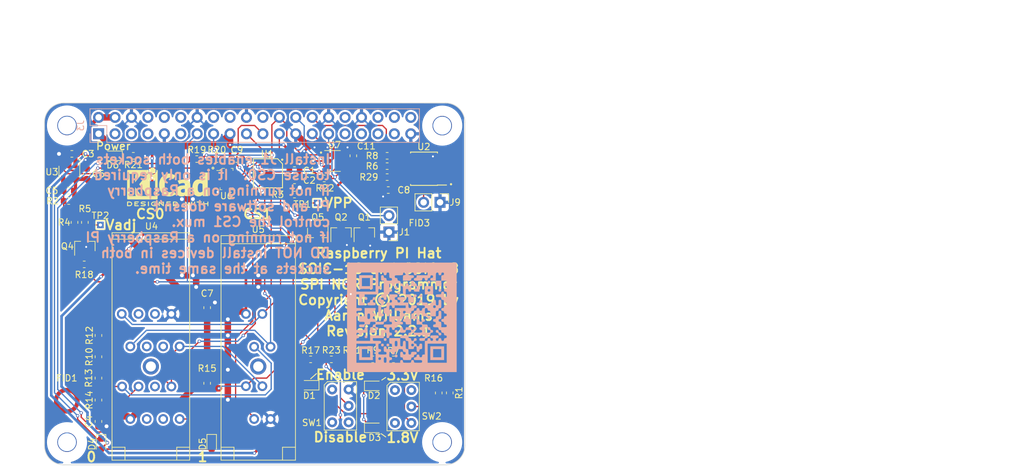
<source format=kicad_pcb>
(kicad_pcb (version 20221018) (generator pcbnew)
  (title_block (title "Raspberry Pi SPI NOR Programmer Hat") (date "2019-02-08") (rev "2.2.1"))
  (layers (0 "F.Cu" signal) (31 "B.Cu" signal) (34 "B.Paste" user) (35 "F.Paste" user) (36 "B.SilkS" user "B.Silkscreen") (37 "F.SilkS" user "F.Silkscreen") (38 "B.Mask" user) (39 "F.Mask" user) (44 "Edge.Cuts" user))
  (net 0 "")
  (net 1 "GND")
  (net 2 "/ID_SD_EEPROM")
  (net 3 "/ID_SC_EEPROM")
  (net 4 "Net-(J9-Pad2)")
  (net 5 "Net-(J3-Pad3)")
  (net 6 "Net-(J3-Pad5)")
  (net 7 "Net-(J3-Pad7)")
  (net 8 "Net-(J3-Pad8)")
  (net 9 "Net-(J3-Pad10)")
  (net 10 "Net-(J3-Pad12)")
  (net 11 "Net-(J3-Pad16)")
  (net 12 "Net-(J3-Pad18)")
  (net 13 "Net-(J3-Pad22)")
  (net 14 "Net-(J3-Pad31)")
  (net 15 "Net-(J3-Pad32)")
  (net 16 "Net-(J3-Pad33)")
  (net 17 "Net-(J3-Pad35)")
  (net 18 "Net-(J3-Pad36)")
  (net 19 "Net-(J3-Pad37)")
  (net 20 "Net-(J3-Pad38)")
  (net 21 "Net-(J3-Pad40)")
  (net 22 "+3V3")
  (net 23 "Net-(Q4-Pad3)")
  (net 24 "Net-(R16-Pad1)")
  (net 25 "Net-(R14-Pad2)")
  (net 26 "VPP")
  (net 27 "/SPI Flash Programmer/~{OE}")
  (net 28 "Net-(D1-Pad1)")
  (net 29 "OE")
  (net 30 "+5V")
  (net 31 "R_SCLK")
  (net 32 "R_FL_CS0")
  (net 33 "R_MOSI")
  (net 34 "R_MISO")
  (net 35 "/SPI Flash Programmer/MISO")
  (net 36 "/SPI Flash Programmer/MOSI")
  (net 37 "/SPI Flash Programmer/SCLK")
  (net 38 "R_FL_CS1")
  (net 39 "Net-(U4-Pad14)")
  (net 40 "Net-(U4-Pad13)")
  (net 41 "Net-(U4-Pad12)")
  (net 42 "Net-(U4-Pad11)")
  (net 43 "Net-(U4-Pad6)")
  (net 44 "Net-(U4-Pad5)")
  (net 45 "Net-(U4-Pad4)")
  (net 46 "V3_3_SEL")
  (net 47 "Net-(Q1-Pad3)")
  (net 48 "Net-(D2-Pad1)")
  (net 49 "Net-(D3-Pad1)")
  (net 50 "Net-(Q2-Pad3)")
  (net 51 "Net-(D5-Pad1)")
  (net 52 "Net-(D4-Pad1)")
  (net 53 "Net-(D6-Pad1)")
  (net 54 "CS1_CS0_SEL")
  (net 55 "Net-(U6-Pad1)")
  (net 56 "Net-(J3-Pad11)")
  (net 57 "Net-(Q5-Pad3)")
  (net 58 "Net-(R23-Pad2)")
  (net 59 "/SPI Flash Programmer/VPP_ADJ")
  (net 60 "/SPI Flash Programmer/MUX_FL_CS1")
  (net 61 "/SPI Flash Programmer/~{WP}")
  (net 62 "/SPI Flash Programmer/~{FL_CS1}")
  (net 63 "/SPI Flash Programmer/~{HOLD}")
  (net 64 "/SPI Flash Programmer/~{FL_CS0}")
  (net 65 "Net-(SW1-Pad3)")
  (net 66 "Net-(SW2-Pad1)")
  (footprint "project_footprints:NPTH_3mm_ID" (layer "F.Cu") (at 82.04 64.31)
    (fp_text reference "H1")
    (fp_text value "3mm_Mounting_Hole" hide)
  )
  (footprint "project_footprints:NPTH_3mm_ID" (layer "F.Cu") (at 140.04 64.33)
    (fp_text reference "H2")
    (fp_text value "3mm_Mounting_Hole" hide)
  )
  (footprint "project_footprints:NPTH_3mm_ID" (layer "F.Cu") (at 82.04 113.32)
    (fp_text reference "H3")
    (fp_text value "3mm_Mounting_Hole" hide)
  )
  (footprint "project_footprints:NPTH_3mm_ID" (layer "F.Cu") (at 140.03 113.31)
    (fp_text reference "H4")
    (fp_text value "3mm_Mounting_Hole" hide)
  )
  (footprint "Connector_PinHeader_2.54mm:PinHeader_1x02_P2.54mm_Vertical" (layer "F.Cu") (at 139.7 76.2 -90)
    (fp_text reference "J9")
    (fp_text value "CONN_01X02")
  )
  (footprint "Resistor_SMD:R_0603_1608Metric" (layer "F.Cu") (at 84.8 79.3 -90)
    (fp_text reference "R5")
    (fp_text value "13.3K")
  )
  (footprint "Resistor_SMD:R_0603_1608Metric" (layer "F.Cu") (at 139.5 105.7 90)
    (fp_text reference "R16")
    (fp_text value "10K")
  )
  (footprint "Resistor_SMD:R_0603_1608Metric" (layer "F.Cu") (at 86.9 106.8 90)
    (fp_text reference "R14")
    (fp_text value "4.75K")
  )
  (footprint "Resistor_SMD:R_0603_1608Metric" (layer "F.Cu") (at 84.7 85.8)
    (fp_text reference "R18")
    (fp_text value "100K")
  )
  (footprint "Resistor_SMD:R_0603_1608Metric" (layer "F.Cu") (at 119.7 100.5)
    (fp_text reference "R17")
    (fp_text value "560")
  )
  (footprint "Resistor_SMD:R_0603_1608Metric" (layer "F.Cu") (at 86.9 100.1 90)
    (fp_text reference "R10")
    (fp_text value "4.75K")
  )
  (footprint "Resistor_SMD:R_0603_1608Metric" (layer "F.Cu") (at 83.2 79.3 -90)
    (fp_text reference "R4")
    (fp_text value "20K")
  )
  (footprint "Resistor_SMD:R_0603_1608Metric" (layer "F.Cu") (at 117.2 75)
    (fp_text reference "R3")
    (fp_text value "1K")
  )
  (footprint "Resistor_SMD:R_0603_1608Metric" (layer "F.Cu") (at 82.3 76 180)
    (fp_text reference "R2")
    (fp_text value "25K")
  )
  (footprint "Resistor_SMD:R_0603_1608Metric" (layer "F.Cu") (at 141.2 105.6875 -90)
    (fp_text reference "R1")
    (fp_text value "1M")
  )
  (footprint "Package_TO_SOT_SMD:SOT-23-5" (layer "F.Cu") (at 82.4 71.5 -90)
    (fp_text reference "U3")
    (fp_text value "AP2127K-ADJ")
  )
  (footprint "Package_TO_SOT_SMD:SOT-23" (layer "F.Cu") (at 84.8 83 90)
    (fp_text reference "Q4")
    (fp_text value "BSS138")
  )
  (footprint "LED_SMD:LED_0603_1608Metric" (layer "F.Cu") (at 119.5 104.5 180)
    (fp_text reference "D1")
    (fp_text value "LED")
  )
  (footprint "Fiducial:Fiducial_Modern_CopperTop" (layer "F.Cu") (at 82 106.9)
    (fp_text reference "FID1")
    (fp_text value "FIDUCIAL_1MM")
  )
  (footprint "Capacitor_SMD:C_0603_1608Metric" (layer "F.Cu") (at 103.7 92.5 90)
    (fp_text reference "C7")
    (fp_text value "0.1uF")
  )
  (footprint "Capacitor_SMD:C_0603_1608Metric" (layer "F.Cu") (at 117.2 71.2)
    (fp_text reference "C1")
    (fp_text value "0.1uF")
  )
  (footprint "Capacitor_SMD:C_0603_1608Metric" (layer "F.Cu") (at 86.9 110.1 -90)
    (fp_text reference "C4")
    (fp_text value "0.1uF")
  )
  (footprint "Capacitor_SMD:C_0603_1608Metric" (layer "F.Cu") (at 82.3 74.4 180)
    (fp_text reference "C5")
    (fp_text value "1000pF")
  )
  (footprint "Capacitor_SMD:C_0603_1608Metric" (layer "F.Cu") (at 85.1 71.8 90)
    (fp_text reference "C6")
    (fp_text value "4.7uF")
  )
  (footprint "Capacitor_SMD:C_0603_1608Metric" (layer "F.Cu") (at 117.2 72.8)
    (fp_text reference "C2")
    (fp_text value "0.1uF")
  )
  (footprint "Aaron:SW_STDP_CF-LD-1DC" (layer "F.Cu") (at 124.3 107.7)
    (fp_text reference "SW1")
    (fp_text value "SW_SPDT")
  )
  (footprint "Aaron:SW_STDP_CF-LD-1DC" (layer "F.Cu") (at 134 107.8)
    (fp_text reference "SW2")
    (fp_text value "SW_SPDT")
  )
  (footprint "Aaron:216-7224-55-1902" (layer "F.Cu") (at 95 101.6 -90)
    (fp_text reference "U4")
    (fp_text value "MX25L25735")
  )
  (footprint "Resistor_SMD:R_0603_1608Metric" (layer "F.Cu") (at 86.9 103.4 -90)
    (fp_text reference "R13")
    (fp_text value "4.75K")
  )
  (footprint "Resistor_SMD:R_0603_1608Metric" (layer "F.Cu") (at 86.9 96.8 -90)
    (fp_text reference "R12")
    (fp_text value "4.75K")
  )
  (footprint "Aaron:208-7391-55-1902" (layer "F.Cu") (at 111.6 101.6 -90)
    (fp_text reference "U5")
    (fp_text value "AT25SF081-SSHD-X")
  )
  (footprint "Capacitor_SMD:C_0603_1608Metric" (layer "F.Cu") (at 131.7 74.3 180)
    (fp_text reference "C8")
    (fp_text value "0.1uF")
  )
  (footprint "TestPoint:TestPoint_THTPad_1.0x1.0mm_Drill0.5mm" (layer "F.Cu") (at 120.7 76.3)
    (fp_text reference "TP1")
    (fp_text value "TestPoint")
  )
  (footprint "TestPoint:TestPoint_THTPad_1.0x1.0mm_Drill0.5mm" (layer "F.Cu") (at 87.2 79.7)
    (fp_text reference "TP2")
    (fp_text value "TestPoint")
  )
  (footprint "Resistor_SMD:R_0603_1608Metric" (layer "F.Cu") (at 129.3 100.5)
    (fp_text reference "R9")
    (fp_text value "560")
  )
  (footprint "Package_TO_SOT_SMD:SOT-23" (layer "F.Cu") (at 128 80.9 90)
    (fp_text reference "Q1")
    (fp_text value "BSS138")
  )
  (footprint "Package_TO_SOT_SMD:SOT-23" (layer "F.Cu") (at 124.4 80.9 90)
    (fp_text reference "Q2")
    (fp_text value "BSS138")
  )
  (footprint "LED_SMD:LED_0603_1608Metric" (layer "F.Cu") (at 129.5 104.6)
    (fp_text reference "D2")
    (fp_text value "LED")
  )
  (footprint "Resistor_SMD:R_0603_1608Metric" (layer "F.Cu") (at 126.1 100.5)
    (fp_text reference "R11")
    (fp_text value "560")
  )
  (footprint "LED_SMD:LED_0603_1608Metric" (layer "F.Cu") (at 129.5 111.1)
    (fp_text reference "D3")
    (fp_text value "LED")
  )
  (footprint "Resistor_SMD:R_0603_1608Metric" (layer "F.Cu") (at 132.5 100.5 180)
    (fp_text reference "R7")
    (fp_text value "100K")
  )
  (footprint "Fiducial:Fiducial_Modern_CopperTop" (layer "F.Cu") (at 140.7 80.7)
    (fp_text reference "FID3")
    (fp_text value "FIDUCIAL_1MM")
  )
  (footprint "Resistor_SMD:R_0603_1608Metric" (layer "F.Cu") (at 103.7 104.2 -90)
    (fp_text reference "R15")
    (fp_text value "4.75K")
  )
  (footprint "Resistor_SMD:R_0603_1608Metric" (layer "F.Cu") (at 105.2 69.5)
    (fp_text reference "R20")
    (fp_text value "560")
  )
  (footprint "Resistor_SMD:R_0603_1608Metric" (layer "F.Cu") (at 102.1 69.5)
    (fp_text reference "R19")
    (fp_text value "560")
  )
  (footprint "LED_SMD:LED_0603_1608Metric" (layer "F.Cu") (at 104.4 113.6 -90)
    (fp_text reference "D5")
    (fp_text value "LED")
  )
  (footprint "Resistor_SMD:R_0603_1608Metric" (layer "F.Cu") (at 131.525 72.3 180)
    (fp_text reference "R29")
    (fp_text value "10K")
  )
  (footprint "Resistor_SMD:R_0603_1608Metric" (layer "F.Cu") (at 131.525 69)
    (fp_text reference "R8")
    (fp_text value "3.9K")
  )
  (footprint "Resistor_SMD:R_0603_1608Metric" (layer "F.Cu") (at 131.525 70.6)
    (fp_text reference "R6")
    (fp_text value "3.9K")
  )
  (footprint "Package_SO:SOIC-8_3.9x4.9mm_P1.27mm" (layer "F.Cu") (at 137.225 71 180)
    (fp_text reference "U2")
    (fp_text value "CAT24C32")
  )
  (footprint "Resistor_SMD:R_0603_1608Metric" (layer "F.Cu") (at 92.2875 69)
    (fp_text reference "R21")
    (fp_text value "330")
  )
  (footprint "LED_SMD:LED_0603_1608Metric" (layer "F.Cu") (at 89.1 69 180)
    (fp_text reference "D6")
    (fp_text value "LED")
  )
  (footprint "Package_TO_SOT_SMD:SOT-23" (layer "F.Cu") (at 120.8 80.9 -90)
    (fp_text reference "Q5")
    (fp_text value "BSS138")
  )
  (footprint "Resistor_SMD:R_0603_1608Metric" (layer "F.Cu") (at 121.8 72.5 180)
    (fp_text reference "R22")
    (fp_text value "10K")
  )
  (footprint "Capacitor_SMD:C_0603_1608Metric" (layer "F.Cu") (at 126.3 69 90)
    (fp_text reference "C11")
    (fp_text value "0.1uF")
  )
  (footprint "Package_TO_SOT_SMD:SOT-23-6" (layer "F.Cu") (at 123.4 69.8)
    (fp_text reference "U7")
    (fp_text value "SN74AUP1T157")
  )
  (footprint "Connector_PinHeader_2.54mm:PinHeader_1x02_P2.54mm_Vertical" (layer "F.Cu") (at 131.8 80.8 180)
    (fp_text reference "J1")
    (fp_text value "Conn_01x02")
  )
  (footprint "Capacitor_SMD:C_0603_1608Metric" (layer "F.Cu") (at 108.3 69.5)
    (fp_text reference "C9")
    (fp_text value "0.1uF")
  )
  (footprint "Capacitor_SMD:C_0603_1608Metric" (layer "F.Cu") (at 82.7875 68.7 180)
    (fp_text reference "C3")
    (fp_text value "4.7uF")
  )
  (footprint "Resistor_SMD:R_0603_1608Metric" (layer "F.Cu") (at 122.9 100.5)
    (fp_text reference "R23")
    (fp_text value "4.75K")
  )
  (footprint "Aaron:DQFN-14-1EP_2.5x3mm_EP2.2x1.7mm_Thermal" (layer "F.Cu") (at 113.1 71.7 180)
    (fp_text reference "U1")
    (fp_text value "FXL5T244BQX")
  )
  (footprint "digikey-footprints:SOT-753" (layer "F.Cu") (at 106.7 72.6 -90)
    (fp_text reference "U6")
    (fp_text value "SN74LVC1G04DBVR")
  )
  (footprint "LED_SMD:LED_0603_1608Metric" (layer "F.Cu") (at 87.3 113.6 -90)
    (fp_text reference "D4")
    (fp_text value "LED")
  )
  (footprint "Symbol:KiCad-Logo2_6mm_SilkScreen" (layer "F.Cu") (at 97.6 73.8)
    (fp_text reference "REF**" hide)
    (fp_text value "KiCad-Logo2_6mm_SilkScreen" hide)
  )
  (footprint "Connector_PinSocket_2.54mm:PinSocket_2x20_P2.54mm_Vertical" (layer "B.Cu") (at 86.92 65.59 -90)
    (fp_text reference "J3")
    (fp_text value "40HAT")
  )
  (footprint "Aaron:LOGO-raspberry-pi-spi-programmer2" (layer "B.Cu") (at 133.8 94)
    (fp_text reference "A1" hide)
    (fp_text value "Logo-URL" hide)
  )
  (gr_circle (center 84 69.6) (end 84 69.5) (stroke (width 0.15)) (fill none) (layer "F.SilkS"))
  (gr_circle (center 141.4 73.4) (end 141.5 73.4) (stroke (width 0.15)) (fill none) (layer "F.SilkS"))
  (gr_circle (center 104.6 70.9) (end 104.7 70.8) (stroke (width 0.15)) (fill none) (layer "F.SilkS"))
  (gr_line (start 119.7 103.5) (end 120.6 102.7) (stroke (width 0.15)) (layer "F.SilkS"))
  (gr_line (start 130.7 103.7) (end 131.3 103.3) (stroke (width 0.15)) (layer "F.SilkS"))
  (gr_circle (center 115.3 69.6) (end 115.4 69.6) (stroke (width 0.15)) (fill none) (layer "F.SilkS"))
  (gr_circle (center 121.3 68.5) (end 121.4 68.5) (stroke (width 0.15)) (fill none) (layer "F.SilkS"))
  (gr_line (start 131.3 112.5) (end 130.6 112) (stroke (width 0.15)) (layer "F.SilkS"))
  (gr_line (start 78.546356 63.817611) (end 78.546356 113.817611) (stroke (width 0.1)) (layer "Edge.Cuts"))
  (gr_line (start 143.546356 113.817611) (end 143.546356 63.817611) (stroke (width 0.1)) (layer "Edge.Cuts"))
  (gr_arc (start 143.546351 113.822847) (mid 142.665824 115.940781) (end 140.546356 116.817611) (stroke (width 0.1)) (layer "Edge.Cuts"))
  (gr_line (start 140.546356 60.817611) (end 81.546356 60.817611) (stroke (width 0.1)) (layer "Edge.Cuts"))
  (gr_arc (start 81.546356 116.817611) (mid 79.425036 115.938931) (end 78.546356 113.817611) (stroke (width 0.1)) (layer "Edge.Cuts"))
  (gr_line (start 81.546356 116.817611) (end 140.546356 116.817611) (stroke (width 0.1)) (layer "Edge.Cuts"))
  (gr_arc (start 78.546356 63.817611) (mid 79.425036 61.696291) (end 81.546356 60.817611) (stroke (width 0.1)) (layer "Edge.Cuts"))
  (gr_arc (start 140.546356 60.817611) (mid 142.667676 61.696291) (end 143.546356 63.817611) (stroke (width 0.1)) (layer "Edge.Cuts"))
  (gr_text "Install J1 enables both sockets\nto use CS0.  It is only required\nif not running on a Raspberry\nPI and software doesn't\ncontrol the CS1 mux.\nIf not running on a Raspberry PI\nDO NOT install devices in both\nsockets at the same time." (at 122.9 78) (layer "B.SilkS") (effects (font (size 1.5 1.5) (thickness 0.3)) (justify left mirror)))
  (gr_text "Enable\n\n\n\nDisable" (at 124.3 107.7) (layer "F.SilkS") (effects (font (size 1.5 1.5) (thickness 0.3))))
  (gr_text "3.3V\n\n\n\n1.8V" (at 133.9 107.8) (layer "F.SilkS") (effects (font (size 1.5 1.5) (thickness 0.3))))
  (gr_text "Raspberry PI Hat\nSOIC-16 and SOIC-8\nSPI NOR Programmer\nCopyright © 2019 by\nAaron Williams\nRevision 2.2.1" (at 130.2 90.1) (layer "F.SilkS") (effects (font (size 1.5 1.5) (thickness 0.3))))
  (gr_text "Power" (at 89.2 67.5) (layer "F.SilkS") (effects (font (size 1.2 1.2) (thickness 0.2))))
  (gr_text "VPP" (at 124 76.3) (layer "F.SilkS") (effects (font (size 1.5 1.5) (thickness 0.3))))
  (gr_text "0" (at 85.8 115.6) (layer "F.SilkS") (effects (font (size 1.5 1.5) (thickness 0.3))))
  (gr_text "Vadj" (at 90.4 79.7) (layer "F.SilkS") (effects (font (size 1.5 1.5) (thickness 0.3))))
  (gr_text "CS0" (at 94.9 78) (layer "F.SilkS") (effects (font (size 1.5 1.5) (thickness 0.3))))
  (gr_text "1" (at 103 115.6) (layer "F.SilkS") (effects (font (size 1.5 1.5) (thickness 0.3))))
  (gr_text "CS1" (at 111.5 78) (layer "F.SilkS") (effects (font (size 1.5 1.5) (thickness 0.3))))
  (segment (start 106.9 98.4) (end 106.9 102.09999) (width 1) (layer "F.Cu") (net 1))
  (segment (start 122.3 67.7) (end 123.55501 67.7) (width 0.4) (layer "F.Cu") (net 1))
  (segment (start 138.6 69.095) (end 139.925 69.095) (width 0.4) (layer "F.Cu") (net 1))
  (segment (start 117.9875 71.2) (end 117.9875 70.3125) (width 0.4) (layer "F.Cu") (net 1))
  (segment (start 125.760624 67.699998) (end 125.4 67.699998) (width 0.25) (layer "F.Cu") (net 1))
  (segment (start 135.18 65.59) (end 135.18 66.792081) (width 0.4) (layer "F.Cu") (net 1))
  (segment (start 85.75 83.85) (end 85 83.1) (width 0.2) (layer "F.Cu") (net 1))
  (segment (start 121.8 67.7) (end 122.3 67.7) (width 0.4) (layer "F.Cu") (net 1))
  (segment (start 104.8875 91.7125) (end 104.9 91.7) (width 1) (layer "F.Cu") (net 1))
  (segment (start 109.145001 70.145001) (end 109.4 70.4) (width 0.25) (layer "F.Cu") (net 1))
  (segment (start 119.41 67.6) (end 117.4 65.59) (width 1) (layer "F.Cu") (net 1))
  (segment (start 101.500006 87.5) (end 101.99998 87.999974) (width 1) (layer "F.Cu") (net 1))
  (segment (start 82.4 70.4) (end 82.4 71.18) (width 0.25) (layer "F.Cu") (net 1))
  (segment (start 117.95 73.95) (end 118 73.9) (width 0.4) (layer "F.Cu") (net 1))
  (segment (start 135.18 66.792081) (end 137.482919 69.095) (width 0.4) (layer "F.Cu") (net 1))
  (segment (start 101.500006 87.5) (end 99.8 87.5) (width 1) (layer "F.Cu") (net 1))
  (segment (start 130.9125 74.3) (end 130.9125 75.2875) (width 0.4) (layer "F.Cu") (net 1))
  (segment (start 85.4875 85.8) (end 85.4875 84.2625) (width 0.2) (layer "F.Cu") (net 1))
  (segment (start 85.1 70.1) (end 85.1 69.739376) (width 0.6) (layer "F.Cu") (net 1))
  (segment (start 109.0875 69.5) (end 109.0875 70.0875) (width 0.25) (layer "F.Cu") (net 1))
  (segment (start 105.35 73.55) (end 105.35 74.55) (width 0.25) (layer "F.Cu") (net 1))
  (segment (start 118.05 73.95) (end 118 73.9) (width 0.4) (layer "F.Cu") (net 1))
  (segment (start 137.482919 69.095) (end 138.6 69.095) (width 0.4) (layer "F.Cu") (net 1))
  (segment (start 125.399998 67.7) (end 125.4 67.699998) (width 0.25) (layer "F.Cu") (net 1))
  (segment (start 128.95 81.9) (end 128.95 82.85) (width 0.4) (layer "F.Cu") (net 1))
  (segment (start 103.7 91.7125) (end 104.8875 91.7125) (width 1) (layer "F.Cu") (net 1))
  (segment (start 123.55501 67.7) (end 125.399998 67.7) (width 0.25) (layer "F.Cu") (net 1))
  (segment (start 84.282499 71.255001) (end 84.525 71.0125) (width 0.25) (layer "F.Cu") (net 1))
  (segment (start 84.995601 69.634977) (end 84.911079 69.634977) (width 0.6) (layer "F.Cu") (net 1))
  (segment (start 119.85 79.00501) (end 119.8 78.95501) (width 0.4) (layer "F.Cu") (net 1))
  (segment (start 111.176605 71.376605) (end 110.808298 71.376605) (width 0.25) (layer "F.Cu") (net 1))
  (segment (start 125.35 82.75) (end 125.3 82.8) (width 0.4) (layer "F.Cu") (net 1))
  (segment (start 117.9875 73.8875) (end 118 73.9) (width 0.5) (layer "F.Cu") (net 1))
  (segment (start 122.3 69.8) (end 122.8 69.8) (width 0.25) (layer "F.Cu") (net 1))
  (segment (start 111.25 71.45) (end 111.176605 71.376605) (width 0.25) (layer "F.Cu") (net 1))
  (segment (start 117.9875 75) (end 117.9875 73.9125) (width 0.2) (layer "F.Cu") (net 1))
  (segment (start 120.3 67.7) (end 119.939376 67.7) (width 0.5) (layer "F.Cu") (net 1))
  (segment (start 128.95 82.85) (end 128.9 82.9) (width 0.4) (layer "F.Cu") (net 1))
  (segment (start 109.0875 70.0875) (end 109.145001 70.145001) (width 0.25) (layer "F.Cu") (net 1))
  (segment (start 99.8 75.700002) (end 101.499998 75.700002) (width 1) (layer "F.Cu") (net 1))
  (segment (start 84.509998 83.1) (end 84.639376 83.1) (width 0.2) (layer "F.Cu") (net 1))
  (segment (start 126.3 68.2125) (end 125.787498 67.699998) (width 0.25) (layer "F.Cu") (net 1))
  (segment (start 93.075 69) (end 94.1 69) (width 0.25) (layer "F.Cu") (net 1))
  (segment (start 123.300011 67.954999) (end 123.55501 67.7) (width 0.25) (layer "F.Cu") (net 1))
  (segment (start 82 68.7) (end 80.799996 68.7) (width 1) (layer "F.Cu") (net 1))
  (segment (start 82.4 70.4) (end 82.4 69.1) (width 0.6) (layer "F.Cu") (net 1))
  (segment (start 88.112494 110.8875) (end 88.145009 110.854985) (width 1) (layer "F.Cu") (net 1))
  (segment (start 121.8 67.7) (end 120.3 67.7) (width 0.4) (layer "F.Cu") (net 1))
  (segment (start 101.99998 87.999974) (end 101.99998 88.663604) (width 1) (layer "F.Cu") (net 1))
  (segment (start 139.925 70.365) (end 139.925 69.095) (width 0.4) (layer "F.Cu") (net 1))
  (segment (start 119.939376 67.7) (end 119.839376 67.6) (width 0.5) (layer "F.Cu") (net 1))
  (segment (start 106.9 96.8) (end 106.9 98.4) (width 1) (layer "F.Cu") (net 1))
  (segment (start 117.9875 73.9125) (end 118 73.9) (width 0.2) (layer "F.Cu") (net 1))
  (segment (start 139.925 71.635) (end 139.925 70.365) (width 0.4) (layer "F.Cu") (net 1))
  (segment (start 106.9 106.75001) (end 106.9 102.10001) (width 1) (layer "F.Cu") (net 1))
  (segment (start 85.4875 84.2625) (end 85.75 84) (width 0.2) (layer "F.Cu") (net 1))
  (segment (start 130.9125 75.2875) (end 130.9 75.3) (width 0.4) (layer "F.Cu") (net 1))
  (segment (start 101.99998 88.663604) (end 101.99998 89.3) (width 1) (layer "F.Cu") (net 1))
  (segment (start 106.9 94.3) (end 106.9 96.8) (width 1) (layer "F.Cu") (net 1))
  (segment (start 117.9875 72.8) (end 117.9875 73.8875) (width 0.5) (layer "F.Cu") (net 1))
  (segment (start 86.9 110.8875) (end 88.112494 110.8875) (width 1) (layer "F.Cu") (net 1))
  (segment (start 101.499998 75.700002) (end 101.5 75.7) (width 1) (layer "F.Cu") (net 1))
  (segment (start 122.3 69.8) (end 120.1 69.8) (width 0.25) (layer "F.Cu") (net 1))
  (segment (start 84.639376 83.1) (end 85 83.1) (width 0.2) (layer "F.Cu") (net 1))
  (segment (start 110.808298 71.376605) (end 110.553299 71.631604) (width 0.25) (layer "F.Cu") (net 1))
  (segment (start 82.475001 71.255001) (end 84.282499 71.255001) (width 0.25) (layer "F.Cu") (net 1))
  (segment (start 119.85 79.9) (end 119.85 79.00501) (width 0.4) (layer "F.Cu") (net 1))
  (segment (start 119.41 67.6) (end 119.39499 67.6) (width 0.4) (layer "F.Cu") (net 1))
  (segment (start 85.1 71.0125) (end 85.1 70.1) (width 0.6) (layer "F.Cu") (net 1))
  (segment (start 122.8 69.8) (end 123.196721 69.403279) (width 0.25) (layer "F.Cu") (net 1))
  (segment (start 119.39499 67.6) (end 118.954999 68.039991) (width 0.4) (layer "F.Cu") (net 1))
  (segment (start 85.5 84.25) (end 85.75 84) (width 0.2) (layer "F.Cu") (net 1))
  (segment (start 85.1 69.739376) (end 84.995601 69.634977) (width 0.6) (layer "F.Cu") (net 1))
  (segment (start 117.9875 70.3125) (end 118 70.3) (width 0.4) (layer "F.Cu") (net 1))
  (segment (start 85.75 84) (end 85.75 83.85) (width 0.2) (layer "F.Cu") (net 1))
  (segment (start 111.6 89.3) (end 111.6 87.5) (width 1) (layer "F.Cu") (net 1))
  (segment (start 106.9 102.10001) (end 106.90001 102.1) (width 1) (layer "F.Cu") (net 1))
  (segment (start 83.2 81.790002) (end 84.509998 83.1) (width 0.2) (layer "F.Cu") (net 1))
  (segment (start 125.787498 67.699998) (end 125.760624 67.699998) (width 0.25) (layer "F.Cu") (net 1))
  (segment (start 117.9875 71.2) (end 117.9875 72.8) (width 0.4) (layer "F.Cu") (net 1))
  (segment (start 125.35 81.9) (end 125.35 82.75) (width 0.4) (layer "F.Cu") (net 1))
  (segment (start 119.839376 67.6) (end 119.41 67.6) (width 0.5) (layer "F.Cu") (net 1))
  (segment (start 105.35 74.55) (end 105.3 74.6) (width 0.25) (layer "F.Cu") (net 1))
  (segment (start 139.925 72.905) (end 139.925 71.635) (width 0.4) (layer "F.Cu") (net 1))
  (segment (start 106.9 102.09999) (end 106.90001 102.1) (width 1) (layer "F.Cu") (net 1))
  (segment (start 123.196721 69.403279) (end 123.196721 68.058289) (width 0.25) (layer "F.Cu") (net 1))
  (segment (start 118.954999 68.039991) (end 118.7 68.29499) (width 0.4) (layer "F.Cu") (net 1))
  (segment (start 123.196721 68.058289) (end 123.300011 67.954999) (width 0.25) (layer "F.Cu") (net 1))
  (segment (start 82.4 69.1) (end 82 68.7) (width 0.6) (layer "F.Cu") (net 1))
  (segment (start 118.2125 73.6875) (end 118 73.9) (width 0.25) (layer "F.Cu") (net 1))
  (segment (start 84.525 71.0125) (end 85.1 71.0125) (width 0.25) (layer "F.Cu") (net 1))
  (segment (start 82.4 71.18) (end 82.475001 71.255001) (width 0.25) (layer "F.Cu") (net 1))
  (segment (start 83.2 80.0875) (end 83.2 81.790002) (width 0.2) (layer "F.Cu") (net 1))
  (via (at 84.911079 69.634977) (size 0.51) (drill 0.3) (layers "F.Cu" "B.Cu") (net 1))
  (via (at 118 73.9) (size 0.9) (drill 0.6) (layers "F.Cu" "B.Cu") (net 1))
  (via (at 106.9 98.4) (size 0.51) (drill 0.3) (layers "F.Cu" "B.Cu") (net 1))
  (via (at 110.553299 71.631604) (size 0.51) (drill 0.3) (layers "F.Cu" "B.Cu") (net 1))
  (via (at 111.6 89.3) (size 0.9) (drill 0.6) (layers "F.Cu" "B.Cu") (net 1))
  (via (at 118 70.3) (size 0.51) (drill 0.3) (layers "F.Cu" "B.Cu") (net 1))
  (via (at 85 83.1) (size 0.51) (drill 0.3) (layers "F.Cu" "B.Cu") (net 1))
  (via (at 106.9 94.3) (size 0.9) (drill 0.6) (layers "F.Cu" "B.Cu") (net 1))
  (via (at 111.6 87.5) (size 0.9) (drill 0.6) (layers "F.Cu" "B.Cu") (net 1))
  (via (at 120.1 69.8) (size 0.51) (drill 0.3) (layers "F.Cu" "B.Cu") (net 1))
  (via (at 122.3 67.7) (size 0.51) (drill 0.3) (layers "F.Cu" "B.Cu") (net 1))
  (via (at 106.90001 102.1) (size 0.9) (drill 0.6) (layers "F.Cu" "B.Cu") (net 1))
  (via (at 119.8 78.95501) (size 0.51) (drill 0.3) (layers "F.Cu" "B.Cu") (net 1))
  (via (at 99.8 87.5) (size 0.9) (drill 0.6) (layers "F.Cu" "B.Cu") (net 1))
  (via (at 104.9 91.7) (size 0.9) (drill 0.6) (layers "F.Cu" "B.Cu") (net 1))
  (via (at 106.9 106.75001) (size 0.9) (drill 0.6) (layers "F.Cu" "B.Cu") (net 1))
  (via (at 128.9 82.9) (size 0.51) (drill 0.3) (layers "F.Cu" "B.Cu") (net 1))
  (via (at 101.500006 87.5) (size 0.9) (drill 0.6) (layers "F.Cu" "B.Cu") (net 1))
  (via (at 109.4 70.4) (size 0.51) (drill 0.3) (layers "F.Cu" "B.Cu") (net 1))
  (via (at 120.3 67.7) (size 0.51) (drill 0.3) (layers "F.Cu" "B.Cu") (net 1))
  (via (at 138.6 69.095) (size 0.51) (drill 0.3) (layers "F.Cu" "B.Cu") (net 1))
  (via (at 118.7 68.29499) (size 0.51) (drill 0.3) (layers "F.Cu" "B.Cu") (net 1))
  (via (at 123.55501 67.7) (size 0.51) (drill 0.3) (layers "F.Cu" "B.Cu") (net 1))
  (via (at 101.99998 89.3) (size 0.9) (drill 0.6) (layers "F.Cu" "B.Cu") (net 1))
  (via (at 125.4 67.699998) (size 0.51) (drill 0.3) (layers "F.Cu" "B.Cu") (net 1))
  (via (at 88.145009 110.854985) (size 0.9) (drill 0.6) (layers "F.Cu" "B.Cu") (net 1))
  (via (at 106.9 96.8) (size 0.9) (drill 0.6) (layers "F.Cu" "B.Cu") (net 1))
  (via (at 99.8 75.700002) (size 0.9) (drill 0.6) (layers "F.Cu" "B.Cu") (net 1))
  (via (at 80.799996 68.7) (size 0.9) (drill 0.6) (layers "F.Cu" "B.Cu") (net 1))
  (via (at 101.5 75.7) (size 0.9) (drill 0.6) (layers "F.Cu" "B.Cu") (net 1))
  (via (at 130.9 75.3) (size 0.51) (drill 0.3) (layers "F.Cu" "B.Cu") (net 1))
  (via (at 105.3 74.6) (size 0.51) (drill 0.3) (layers "F.Cu" "B.Cu") (net 1))
  (via (at 125.3 82.8) (size 0.51) (drill 0.3) (layers "F.Cu" "B.Cu") (net 1))
  (via (at 94.1 69) (size 0.51) (drill 0.3) (layers "F.Cu" "B.Cu") (net 1))
  (segment (start 117.4 65.59) (end 116.249999 64.439999) (width 0.2) (layer "B.Cu") (net 1))
  (segment (start 128.924999 64.414999) (end 128.924999 66.275001) (width 0.25) (layer "B.Cu") (net 1))
  (segment (start 92 63.05) (end 90.824999 64.225001) (width 0.25) (layer "B.Cu") (net 1))
  (segment (start 116.249999 64.439999) (end 116.249999 62.249999) (width 0.2) (layer "B.Cu") (net 1))
  (segment (start 100.984999 64.225001) (end 100.984999 66.015001) (width 0.25) (layer "B.Cu") (net 1))
  (segment (start 100.984999 66.015001) (end 100.4 66.6) (width 0.25) (layer "B.Cu") (net 1))
  (segment (start 126.195001 64.414999) (end 126.195001 66.695001) (width 0.25) (layer "B.Cu") (net 1))
  (segment (start 103.335001 64.225001) (end 103.335001 66.335001) (width 0.25) (layer "B.Cu") (net 1))
  (segment (start 122.48 63.05) (end 121.2 64.33) (width 0.25) (layer "B.Cu") (net 1))
  (segment (start 92 63.05) (end 93.175001 64.225001) (width 0.25) (layer "B.Cu") (net 1))
  (segment (start 123.655001 64.225001) (end 123.655001 66.555001) (width 0.25) (layer "B.Cu") (net 1))
  (segment (start 102.16 63.05) (end 103.335001 64.225001) (width 0.25) (layer "B.Cu") (net 1))
  (segment (start 122.48 63.05) (end 123.655001 64.225001) (width 0.25) (layer "B.Cu") (net 1))
  (segment (start 127.56 63.05) (end 126.195001 64.414999) (width 0.25) (layer "B.Cu") (net 1))
  (segment (start 121.2 64.33) (end 121.2 66.2) (width 0.25) (layer "B.Cu") (net 1))
  (segment (start 102.16 63.05) (end 100.984999 64.225001) (width 0.25) (layer "B.Cu") (net 1))
  (segment (start 127.56 63.05) (end 128.924999 64.414999) (width 0.25) (layer "B.Cu") (net 1))
  (segment (start 93.175001 64.225001) (end 93.175001 66.575001) (width 0.25) (layer "B.Cu") (net 1))
  (segment (start 90.824999 64.225001) (end 90.824999 66.675001) (width 0.25) (layer "B.Cu") (net 1))
  (segment (start 129.97 66.944998) (end 121.294998 66.944998) (width 0.2) (layer "F.Cu") (net 2))
  (segment (start 134.525 70.365) (end 132.5475 70.365) (width 0.2) (layer "F.Cu") (net 2))
  (segment (start 132.3125 70.6) (end 131.57499 69.86249) (width 0.2) (layer "F.Cu") (net 2))
  (segment (start 131.57499 68.549988) (end 129.97 66.944998) (width 0.2) (layer "F.Cu") (net 2))
  (segment (start 132.5475 70.365) (end 132.3125 70.6) (width 0.2) (layer "F.Cu") (net 2))
  (segment (start 120.789999 66.439999) (end 119.94 65.59) (width 0.2) (layer "F.Cu") (net 2))
  (segment (start 121.294998 66.944998) (end 120.789999 66.439999) (width 0.2) (layer "F.Cu") (net 2))
  (segment (start 131.57499 69.86249) (end 131.57499 68.549988) (width 0.2) (layer "F.Cu") (net 2))
  (segment (start 119.94 66.06) (end 119.94 65.59) (width 0.25) (layer "B.Cu") (net 2))
  (segment (start 121.19 64.3) (end 120.789999 63.899999) (width 0.2) (layer "F.Cu") (net 3))
  (segment (start 131.4 67.5125) (end 131.4 64.9) (width 0.2) (layer "F.Cu") (net 3))
  (segment (start 132.3125 69) (end 132.3125 68.425) (width 0.2) (layer "F.Cu") (net 3))
  (segment (start 120.789999 63.899999) (end 119.94 63.05) (width 0.2) (layer "F.Cu") (net 3))
  (segment (start 134.525 69.095) (end 132.4075 69.095) (width 0.2) (layer "F.Cu") (net 3))
  (segment (start 132.3125 68.425) (end 131.4 67.5125) (width 0.2) (layer "F.Cu") (net 3))
  (segment (start 130.8 64.3) (end 121.19 64.3) (width 0.2) (layer "F.Cu") (net 3))
  (segment (start 132.4075 69.095) (end 132.3125 69) (width 0.2) (layer "F.Cu") (net 3))
  (segment (start 131.4 64.9) (end 130.8 64.3) (width 0.2) (layer "F.Cu") (net 3))
  (segment (start 134.525 71.635) (end 135.5 71.635) (width 0.2) (layer "F.Cu") (net 4))
  (segment (start 133.1525 71.635) (end 132.4875 72.3) (width 0.2) (layer "F.Cu") (net 4))
  (segment (start 132.4875 72.2225) (end 132.4875 72.3) (width 0.2) (layer "F.Cu") (net 4))
  (segment (start 135.5 71.635) (end 137.16 73.295) (width 0.2) (layer "F.Cu") (net 4))
  (segment (start 137.16 73.295) (end 137.16 76.2) (width 0.2) (layer "F.Cu") (net 4))
  (segment (start 134.525 71.635) (end 133.1525 71.635) (width 0.2) (layer "F.Cu") (net 4))
  (segment (start 126.3 69.7875) (end 129.925 69.7875) (width 0.4) (layer "F.Cu") (net 22))
  (segment (start 115.754999 67.554999) (end 115.5 67.3) (width 0.4) (layer "F.Cu") (net 22))
  (segment (start 87.3 114.3875) (end 88.287486 113.400014) (width 0.25) (layer "F.Cu") (net 22))
  (segment (start 126.3 69.7875) (end 126.3 71.1875) (width 0.4) (layer "F.Cu") (net 22))
  (segment (start 88.83 67.5) (end 86.92 65.59) (width 1) (layer "F.Cu") (net 22))
  (segment (start 133.8825 72.905) (end 134.525 72.905) (width 0.25) (layer "F.Cu") (net 22))
  (segment (start 116.6 70) (end 116.6 71.0125) (width 0.4) (layer "F.Cu") (net 22))
  (segment (start 95.2 67.5) (end 95.2 69.4) (width 0.4) (layer "F.Cu") (net 22))
  (segment (start 107.24 69.2275) (end 107.5125 69.5) (width 0.4) (layer "F.Cu") (net 22))
  (segment (start 139.5 104.9125) (end 141.1875 104.9125) (width 0.4) (layer "F.Cu") (net 22))
  (segment (start 122.2125 73.7) (end 121.0125 72.5) (width 0.4) (layer "F.Cu") (net 22))
  (segment (start 123.7875 73.7) (end 122.2125 73.7) (width 0.4) (layer "F.Cu") (net 22))
  (segment (start 116.6 71.0125) (end 116.4125 71.2) (width 0.4) (layer "F.Cu") (net 22))
  (segment (start 141.1875 104.9125) (end 141.2 104.9) (width 0.2) (layer "F.Cu") (net 22))
  (segment (start 124.5125 69.7875) (end 124.5 69.8) (width 0.25) (layer "F.Cu") (net 22))
  (segment (start 95.2 79.8) (end 93.5 81.5) (width 0.4) (layer "F.Cu") (net 22))
  (segment (start 126.3 69.7875) (end 124.5125 69.7875) (width 0.25) (layer "F.Cu") (net 22))
  (segment (start 107.825 71.65) (end 108.05 71.65) (width 0.2) (layer "F.Cu") (net 22))
  (segment (start 118.314402 69.644998) (end 116.6 69.644998) (width 0.4) (layer "F.Cu") (net 22))
  (segment (start 134.525 72.905) (end 134.05 72.905) (width 0.4) (layer "F.Cu") (net 22))
  (segment (start 100.5 67.5) (end 95.2 67.5) (width 1) (layer "F.Cu") (net 22))
  (segment (start 116.6 68.4) (end 115.754999 67.554999) (width 0.4) (layer "F.Cu") (net 22))
  (segment (start 130.5625 72.3) (end 130.5625 72.375) (width 0.4) (layer "F.Cu") (net 22))
  (segment (start 107.24 65.59) (end 105.585001 67.244999) (width 1) (layer "F.Cu") (net 22))
  (segment (start 134.4 76.2125) (end 134.4 94.5) (width 0.4) (layer "F.Cu") (net 22))
  (segment (start 105.585001 67.244999) (end 100.755001 67.244999) (width 1) (layer "F.Cu") (net 22))
  (segment (start 132.4875 74.3) (end 133.8825 72.905) (width 0.25) (layer "F.Cu") (net 22))
  (segment (start 130.7375 72.55) (end 132.4875 74.3) (width 0.4) (layer "F.Cu") (net 22))
  (segment (start 100.755001 67.244999) (end 100.5 67.5) (width 1) (layer "F.Cu") (net 22))
  (segment (start 129.925 69.7875) (end 130.7375 70.6) (width 0.4) (layer "F.Cu") (net 22))
  (segment (start 114.35 71.45) (end 115.05 71.45) (width 0.25) (layer "F.Cu") (net 22))
  (segment (start 130.7375 69) (end 130.7375 70.6) (width 0.4) (layer "F.Cu") (net 22))
  (segment (start 107.5125 71.1125) (end 108.05 71.65) (width 0.25) (layer "F.Cu") (net 22))
  (segment (start 130.7375 70.6) (end 130.7375 72.3) (width 0.4) (layer "F.Cu") (net 22))
  (segment (start 130.6 72.3375) (end 130.5625 72.3) (width 0.2) (layer "F.Cu") (net 22))
  (segment (start 134.4 94.5) (end 139.5 99.6) (width 0.4) (layer "F.Cu") (net 22))
  (segment (start 116.1625 71.45) (end 116.4125 71.2) (width 0.25) (layer "F.Cu") (net 22))
  (segment (start 120.550888 72.038388) (end 120.550888 71.881484) (width 0.4) (layer "F.Cu") (net 22))
  (segment (start 114.35 71.45) (end 116.1625 71.45) (width 0.25) (layer "F.Cu") (net 22))
  (segment (start 116.6 69.644998) (end 116.6 70) (width 0.4) (layer "F.Cu") (net 22))
  (segment (start 139.5 99.6) (end 139.5 104.9125) (width 0.4) (layer "F.Cu") (net 22))
  (segment (start 130.7375 72.3) (end 130.7375 72.55) (width 0.4) (layer "F.Cu") (net 22))
  (segment (start 91.6 83.4) (end 87.3 87.7) (width 0.4) (layer "F.Cu") (net 22))
  (segment (start 107.5125 69.5) (end 107.5125 71.1125) (width 0.25) (layer "F.Cu") (net 22))
  (segment (start 107.24 67.3) (end 107.24 69.2275) (width 0.4) (layer "F.Cu") (net 22))
  (segment (start 116.6 70) (end 116.6 68.4) (width 0.4) (layer "F.Cu") (net 22))
  (segment (start 126.3 71.1875) (end 123.7875 73.7) (width 0.4) (layer "F.Cu") (net 22))
  (segment (start 121.0125 72.5) (end 120.550888 72.038388) (width 0.4) (layer "F.Cu") (net 22))
  (segment (start 103.825 114.3875) (end 87.3 114.3875) (width 0.25) (layer "F.Cu") (net 22))
  (segment (start 120.550888 71.881484) (end 118.314402 69.644998) (width 0.4) (layer "F.Cu") (net 22))
  (segment (start 107.24 65.59) (end 107.24 67.3) (width 1) (layer "F.Cu") (net 22))
  (segment (start 132.4875 74.3) (end 134.4 76.2125) (width 0.4) (layer "F.Cu") (net 22))
  (segment (start 95.2 72.4) (end 95.2 79.8) (width 0.4) (layer "F.Cu") (net 22))
  (segment (start 95.2 67.5) (end 88.83 67.5) (width 1) (layer "F.Cu") (net 22))
  (segment (start 130.5625 72.3775) (end 130.5625 72.3) (width 0.4) (layer "F.Cu") (net 22))
  (segment (start 104.4 114.3875) (end 103.825 114.3875) (width 0.25) (layer "F.Cu") (net 22))
  (via (at 95.2 72.4) (size 0.51) (drill 0.3) (layers "F.Cu" "B.Cu") (net 22))
  (via (at 93.5 81.5) (size 0.51) (drill 0.3) (layers "F.Cu" "B.Cu") (net 22))
  (via (at 88.287486 113.400014) (size 0.51) (drill 0.3) (layers "F.Cu" "B.Cu") (net 22))
  (via (at 91.6 83.4) (size 0.51) (drill 0.3) (layers "F.Cu" "B.Cu") (net 22))
  (via (at 95.2 69.4) (size 0.51) (drill 0.3) (layers "F.Cu" "B.Cu") (net 22))
  (via (at 115.5 67.3) (size 0.51) (drill 0.3) (layers "F.Cu" "B.Cu") (net 22))
  (via (at 87.3 87.7) (size 0.51) (drill 0.3) (layers "F.Cu" "B.Cu") (net 22))
  (via (at 107.24 67.3) (size 0.51) (drill 0.3) (layers "F.Cu" "B.Cu") (net 22))
  (segment (start 107.24 67.3) (end 115.5 67.3) (width 0.4) (layer "B.Cu") (net 22))
  (segment (start 93.5 81.5) (end 91.6 83.4) (width 0.4) (layer "B.Cu") (net 22))
  (segment (start 81.2 104.7) (end 85.2 108.7) (width 0.4) (layer "B.Cu") (net 22))
  (segment (start 87.3 87.7) (end 81.2 93.8) (width 0.4) (layer "B.Cu") (net 22))
  (segment (start 81.2 93.8) (end 81.2 104.7) (width 0.4) (layer "B.Cu") (net 22))
  (segment (start 85.2 110.312528) (end 88.032487 113.145015) (width 0.4) (layer "B.Cu") (net 22))
  (segment (start 95.2 69.4) (end 95.2 72.4) (width 0.4) (layer "B.Cu") (net 22))
  (segment (start 88.032487 113.145015) (end 88.287486 113.400014) (width 0.4) (layer "B.Cu") (net 22))
  (segment (start 85.2 108.7) (end 85.2 110.312528) (width 0.4) (layer "B.Cu") (net 22))
  (segment (start 84.8 82) (end 84.8 80.0875) (width 0.2) (layer "F.Cu") (net 23))
  (segment (start 136.34763 107.8) (end 135.27 107.8) (width 0.2) (layer "F.Cu") (net 24))
  (segment (start 138.1875 107.8) (end 136.34763 107.8) (width 0.2) (layer "F.Cu") (net 24))
  (segment (start 139.5 106.4875) (end 138.1875 107.8) (width 0.2) (layer "F.Cu") (net 24))
  (segment (start 91.320888 106.474112) (end 93.095 104.7) (width 0.2) (layer "F.Cu") (net 25))
  (segment (start 87.361612 106.474112) (end 91.320888 106.474112) (width 0.2) (layer "F.Cu") (net 25))
  (segment (start 86.9 106.0125) (end 87.361612 106.474112) (width 0.2) (layer "F.Cu") (net 25))
  (segment (start 86.9 107.5875) (end 85.9 106.5875) (width 0.25) (layer "F.Cu") (net 26))
  (segment (start 103.125 93.2875) (end 103.7 93.2875) (width 1) (layer "F.Cu") (net 26))
  (segment (start 83.35 72.6) (end 83.35 74.1375) (width 0.5) (layer "F.Cu") (net 26))
  (segment (start 116.3 76.3) (end 116.3 75.1125) (width 0.4) (layer "F.Cu") (net 26))
  (segment (start 120.7 76.3) (end 119.95 76.3) (width 0.25) (layer "F.Cu") (net 26))
  (segment (start 86.9 102.6125) (end 86.8875 102.6125) (width 0.25) (layer "F.Cu") (net 26))
  (segment (start 83.35 72.6) (end 85.0875 72.6) (width 0.6) (layer "F.Cu") (net 26))
  (segment (start 115.6 82.9) (end 115.59998 82.9) (width 0.4) (layer "F.Cu") (net 26))
  (segment (start 104.462511 93.099989) (end 104.275 93.2875) (width 1) (layer "F.Cu") (net 26))
  (segment (start 94.055 107.5) (end 91.825 109.73) (width 1) (layer "F.Cu") (net 26))
  (segment (start 85.0875 72.6) (end 85.1 72.5875) (width 0.6) (layer "F.Cu") (net 26))
  (segment (start 85.9 97.0125) (end 86.9 96.0125) (width 0.25) (layer "F.Cu") (net 26))
  (segment (start 85.9 99.8875) (end 85.9 97.0125) (width 0.25) (layer "F.Cu") (net 26))
  (segment (start 85.561612 73.049112) (end 85.561612 75.724112) (width 1) (layer "F.Cu") (net 26))
  (segment (start 86.8875 102.6125) (end 85.9 103.6) (width 0.25) (layer "F.Cu") (net 26))
  (segment (start 85.1 72.5875) (end 85.561612 73.049112) (width 1) (layer "F.Cu") (net 26))
  (segment (start 104.275 93.2875) (end 103.7 93.2875) (width 1) (layer "F.Cu") (net 26))
  (segment (start 86.9 76.65) (end 86.9 77.0625) (width 0.25) (layer "F.Cu") (net 26))
  (segment (start 91.4075 109.3125) (end 91.825 109.73) (width 1) (layer "F.Cu") (net 26))
  (segment (start 86.9 100.8875) (end 85.9 99.8875) (width 0.25) (layer "F.Cu") (net 26))
  (segment (start 103.7 103.4125) (end 103.125 103.4125) (width 1) (layer "F.Cu") (net 26))
  (segment (start 116.3 75.1125) (end 116.4125 75) (width 0.4) (layer "F.Cu") (net 26))
  (segment (start 103.7 101.3) (end 103.7 103.4125) (width 1) (layer "F.Cu") (net 26))
  (segment (start 116.3 76.3) (end 116.3 82.2) (width 0.4) (layer "F.Cu") (net 26))
  (segment (start 115.5625 71.95) (end 116.4125 72.8) (width 0.25) (layer "F.Cu") (net 26))
  (segment (start 83.35 74.1375) (end 83.0875 74.4) (width 0.5) (layer "F.Cu") (net 26))
  (segment (start 99.0375 107.5) (end 94.055 107.5) (width 1) (layer "F.Cu") (net 26))
  (segment (start 83.3625 72.5875) (end 83.35 72.6) (width 0.5) (layer "F.Cu") (net 26))
  (segment (start 86.9 77.0625) (end 103.125 93.2875) (width 1) (layer "F.Cu") (net 26))
  (segment (start 109.324989 93.099989) (end 104.462511 93.099989) (width 1) (layer "F.Cu") (net 26))
  (segment (start 86.9 109.3125) (end 91.4075 109.3125) (width 1) (layer "F.Cu") (net 26))
  (segment (start 116.4125 72.8) (end 116.4125 75) (width 0.4) (layer "F.Cu") (net 26))
  (segment (start 85.9 103.6) (end 85.9 106.5875) (width 0.25) (layer "F.Cu") (net 26))
  (segment (start 86.9 107.5875) (end 86.9 109.3125) (width 0.25) (layer "F.Cu") (net 26))
  (segment (start 116.3 82.2) (end 115.6 82.9) (width 0.4) (layer "F.Cu") (net 26))
  (segment (start 85.561612 75.724112) (end 86.9 77.0625) (width 1) (layer "F.Cu") (net 26))
  (segment (start 114.35 71.95) (end 115.5625 71.95) (width 0.25) (layer "F.Cu") (net 26))
  (segment (start 83.0875 74.4) (end 83.0875 76) (width 0.5) (layer "F.Cu") (net 26))
  (segment (start 103.125 103.4125) (end 99.0375 107.5) (width 1) (layer "F.Cu") (net 26))
  (segment (start 86.9 100.8875) (end 86.9 102.6125) (width 0.25) (layer "F.Cu") (net 26))
  (segment (start 119.95 76.3) (end 116.3 76.3) (width 0.25) (layer "F.Cu") (net 26))
  (segment (start 109.695 86.305) (end 109.7 86.3) (width 0.4) (layer "F.Cu") (net 26))
  (segment (start 103.7 93.2875) (end 103.7 101.3) (width 1) (layer "F.Cu") (net 26))
  (segment (start 109.695 93.47) (end 109.324989 93.099989) (width 1) (layer "F.Cu") (net 26))
  (segment (start 109.695 93.47) (end 109.695 86.305) (width 0.4) (layer "F.Cu") (net 26))
  (via (at 109.7 86.3) (size 0.51) (drill 0.3) (layers "F.Cu" "B.Cu") (net 26))
  (via (at 115.59998 82.9) (size 0.51) (drill 0.3) (layers "F.Cu" "B.Cu") (net 26))
  (segment (start 113.1 82.9) (end 115.6 82.9) (width 0.4) (layer "B.Cu") (net 26))
  (segment (start 109.7 86.3) (end 113.1 82.9) (width 0.4) (layer "B.Cu") (net 26))
  (segment (start 109.65 73.55) (end 108.775 73.55) (width 0.2) (layer "F.Cu") (net 27))
  (segment (start 111.25 71.95) (end 109.65 73.55) (width 0.2) (layer "F.Cu") (net 27))
  (segment (start 108.775 73.55) (end 108.05 73.55) (width 0.2) (layer "F.Cu") (net 27))
  (segment (start 118.9125 100.5) (end 118.9125 101.075) (width 0.2) (layer "F.Cu") (net 28))
  (segment (start 118.9 103.1125) (end 120.2875 104.5) (width 0.2) (layer "F.Cu") (net 28))
  (segment (start 118.9 101.0875) (end 118.9 103.1125) (width 0.2) (layer "F.Cu") (net 28))
  (segment (start 118.9125 101.075) (end 118.9 101.0875) (width 0.2) (layer "F.Cu") (net 28))
  (segment (start 106.075 72.6) (end 106.4 72.6) (width 0.2) (layer "F.Cu") (net 29))
  (segment (start 117 81.9) (end 117.000004 81.9) (width 0.2) (layer "F.Cu") (net 29))
  (segment (start 103.069999 71.769999) (end 103.9 72.6) (width 0.2) (layer "F.Cu") (net 29))
  (segment (start 125.454999 112.054999) (end 124.3 110.9) (width 0.2) (layer "F.Cu") (net 29))
  (segment (start 106.4 74.5) (end 106.4 72.6) (width 0.2) (layer "F.Cu") (net 29))
  (segment (start 104.625 72.6) (end 105.35 72.6) (width 0.2) (layer "F.Cu") (net 29))
  (segment (start 105.2 68.6) (end 105.054999 68.454999) (width 0.2) (layer "F.Cu") (net 29))
  (segment (start 81.45 71.13) (end 82.089999 71.769999) (width 0.2) (layer "F.Cu") (net 29))
  (segment (start 141.2 106.475) (end 135.620001 112.054999) (width 0.2) (layer "F.Cu") (net 29))
  (segment (start 117 93.4) (end 117 93.6) (width 0.2) (layer "F.Cu") (net 29))
  (segment (start 82.089999 71.769999) (end 103.069999 71.769999) (width 0.2) (layer "F.Cu") (net 29))
  (segment (start 117 81.9) (end 117 93.4) (width 0.2) (layer "F.Cu") (net 29))
  (segment (start 110 78.099998) (end 109.999998 78.1) (width 0.2) (layer "F.Cu") (net 29))
  (segment (start 135.620001 112.054999) (end 125.454999 112.054999) (width 0.2) (layer "F.Cu") (net 29))
  (segment (start 109.999998 78.1) (end 109.999998 78.099998) (width 0.2) (layer "F.Cu") (net 29))
  (segment (start 81.45 70.4) (end 81.45 71.13) (width 0.2) (layer "F.Cu") (net 29))
  (segment (start 106.4 71.3657) (end 105.2 70.1657) (width 0.2) (layer "F.Cu") (net 29))
  (segment (start 103.9 72.6) (end 104.625 72.6) (width 0.2) (layer "F.Cu") (net 29))
  (segment (start 105.054999 68.454999) (end 104.8 68.2) (width 0.2) (layer "F.Cu") (net 29))
  (segment (start 122.1125 99.925) (end 117 94.8125) (width 0.2) (layer "F.Cu") (net 29))
  (segment (start 121.75 79.9) (end 121.15 79.9) (width 0.2) (layer "F.Cu") (net 29))
  (segment (start 105.35 72.6) (end 106.075 72.6) (width 0.2) (layer "F.Cu") (net 29))
  (segment (start 122.1125 100.5) (end 122.1125 99.925) (width 0.2) (layer "F.Cu") (net 29))
  (segment (start 106.4 72.6) (end 106.4 71.3657) (width 0.2) (layer "F.Cu") (net 29))
  (segment (start 117 94.8125) (end 117 93.4) (width 0.2) (layer "F.Cu") (net 29))
  (segment (start 124.3 109.46062) (end 124.3 109.099996) (width 0.2) (layer "F.Cu") (net 29))
  (segment (start 122.1 101.6) (end 122.1 100.5125) (width 0.2) (layer "F.Cu") (net 29))
  (segment (start 105.2 70.1657) (end 105.2 68.6) (width 0.2) (layer "F.Cu") (net 29))
  (segment (start 122.1 100.5125) (end 122.1125 100.5) (width 0.2) (layer "F.Cu") (net 29))
  (segment (start 124.3 110.9) (end 124.3 109.46062) (width 0.2) (layer "F.Cu") (net 29))
  (segment (start 109.999998 78.099998) (end 106.4 74.5) (width 0.2) (layer "F.Cu") (net 29))
  (segment (start 119.15 81.9) (end 117 81.9) (width 0.2) (layer "F.Cu") (net 29))
  (segment (start 121.15 79.9) (end 119.15 81.9) (width 0.2) (layer "F.Cu") (net 29))
  (via (at 104.8 68.2) (size 0.51) (drill 0.3) (layers "F.Cu" "B.Cu") (net 29))
  (via (at 117.000004 81.9) (size 0.51) (drill 0.3) (layers "F.Cu" "B.Cu") (net 29))
  (via (at 109.999998 78.1) (size 0.51) (drill 0.3) (layers "F.Cu" "B.Cu") (net 29))
  (via (at 124.3 109.099996) (size 0.51) (drill 0.3) (layers "F.Cu" "B.Cu") (net 29))
  (via (at 122.1 101.6) (size 0.51) (drill 0.3) (layers "F.Cu" "B.Cu") (net 29))
  (segment (start 111.6 78.1) (end 113.7 80.2) (width 0.2) (layer "B.Cu") (net 29))
  (segment (start 113.7 80.2) (end 115.300004 80.2) (width 0.2) (layer "B.Cu") (net 29))
  (segment (start 104.7 68.1) (end 104.8 68.2) (width 0.2) (layer "B.Cu") (net 29))
  (segment (start 124.3 108.739372) (end 124.3 109.099996) (width 0.2) (layer "B.Cu") (net 29))
  (segment (start 115.300004 80.2) (end 117.000004 81.9) (width 0.2) (layer "B.Cu") (net 29))
  (segment (start 122.1 101.6) (end 124.3 103.8) (width 0.2) (layer "B.Cu") (net 29))
  (segment (start 124.3 103.8) (end 124.3 108.739372) (width 0.2) (layer "B.Cu") (net 29))
  (segment (start 109.999998 78.1) (end 111.6 78.1) (width 0.2) (layer "B.Cu") (net 29))
  (segment (start 104.7 65.59) (end 104.7 68.1) (width 0.2) (layer "B.Cu") (net 29))
  (segment (start 133.2875 101.6) (end 130.2875 104.6) (width 0.2) (layer "F.Cu") (net 30))
  (segment (start 128.4 108.9) (end 125.021404 108.9) (width 0.2) (layer "F.Cu") (net 30))
  (segment (start 118.725 107.3) (end 118.7125 107.2875) (width 0.2) (layer "F.Cu") (net 30))
  (segment (start 83.35 68.925) (end 83.575 68.7) (width 0.6) (layer "F.Cu") (net 30))
  (segment (start 130.2875 110.7875) (end 128.4 108.9) (width 0.2) (layer "F.Cu") (net 30))
  (segment (start 85.2 69) (end 84.9 68.7) (width 0.25) (layer "F.Cu") (net 30))
  (segment (start 130.2875 104.6) (end 131.6875 103.2) (width 0.2) (layer "F.Cu") (net 30))
  (segment (start 86.92 63.05) (end 85.5 64.47) (width 0.6) (layer "F.Cu") (net 30))
  (segment (start 85.5 66.775) (end 85.369999 66.905001) (width 0.6) (layer "F.Cu") (net 30))
  (segment (start 88.3125 69) (end 85.2 69) (width 0.25) (layer "F.Cu") (net 30))
  (segment (start 83.575 68.7) (end 84.9 68.7) (width 0.4) (layer "F.Cu") (net 30))
  (segment (start 133.2875 100.5) (end 133.2875 101.6) (width 0.2) (layer "F.Cu") (net 30))
  (segment (start 111.254999 114.745001) (end 111 115) (width 0.4) (layer "F.Cu") (net 30))
  (segment (start 125.021404 108.9) (end 123.421404 107.3) (width 0.2) (layer "F.Cu") (net 30))
  (segment (start 118.7125 107.0875) (end 118.7125 104.5) (width 0.4) (layer "F.Cu") (net 30))
  (segment (start 118.7125 107.0875) (end 118.7125 107.2875) (width 0.4) (layer "F.Cu") (net 30))
  (segment (start 130.3 104.6125) (end 130.3 107) (width 0.2) (layer "F.Cu") (net 30))
  (segment (start 123.421404 107.3) (end 118.725 107.3) (width 0.2) (layer "F.Cu") (net 30))
  (segment (start 85.5 64.47) (end 85.5 66.775) (width 0.6) (layer "F.Cu") (net 30))
  (segment (start 85.369999 66.905001) (end 83.575 68.7) (width 1) (layer "F.Cu") (net 30))
  (segment (start 130.3 107) (end 128.4 108.9) (width 0.2) (layer "F.Cu") (net 30))
  (segment (start 118.7125 107.2875) (end 111.254999 114.745001) (width 0.4) (layer "F.Cu") (net 30))
  (segment (start 130.2875 111.1) (end 130.2875 110.7875) (width 0.2) (layer "F.Cu") (net 30))
  (segment (start 130.2875 104.6) (end 130.3 104.6125) (width 0.2) (layer "F.Cu") (net 30))
  (segment (start 83.35 70.4) (end 83.35 68.925) (width 0.6) (layer "F.Cu") (net 30))
  (segment (start 86.92 63.05) (end 89.46 63.05) (width 1) (layer "F.Cu") (net 30))
  (via (at 84.9 68.7) (size 0.51) (drill 0.3) (layers "F.Cu" "B.Cu") (net 30))
  (via (at 111 115) (size 0.51) (drill 0.3) (layers "F.Cu" "B.Cu") (net 30))
  (segment (start 84.9 68.7) (end 79.599971 74.000029) (width 0.4) (layer "B.Cu") (net 30))
  (segment (start 79.599971 74.000029) (end 79.599971 106.081002) (width 0.4) (layer "B.Cu") (net 30))
  (segment (start 79.599971 106.081002) (end 88.518969 115) (width 0.4) (layer "B.Cu") (net 30))
  (segment (start 110.639376 115) (end 111 115) (width 0.4) (layer "B.Cu") (net 30))
  (segment (start 88.518969 115) (end 110.639376 115) (width 0.4) (layer "B.Cu") (net 30))
  (segment (start 114.86 69.31) (end 114.1 70.07) (width 0.2) (layer "F.Cu") (net 31))
  (segment (start 114.86 65.59) (end 114.86 69.31) (width 0.2) (layer "F.Cu") (net 31))
  (segment (start 114.1 70.07) (end 114.1 70.4) (width 0.2) (layer "F.Cu") (net 31))
  (segment (start 114.86 63.05) (end 113.709969 64.200031) (width 0.2) (layer "F.Cu") (net 32))
  (segment (start 113.709969 64.200031) (end 113.709969 68.53938) (width 0.2) (layer "F.Cu") (net 32))
  (segment (start 118.35 68.85) (end 121.57 68.85) (width 0.2) (layer "F.Cu") (net 32))
  (segment (start 103.4875 68.9) (end 103.6 68.9) (width 0.2) (layer "F.Cu") (net 32))
  (segment (start 113.6 69.009973) (end 113.709969 68.900004) (width 0.2) (layer "F.Cu") (net 32))
  (segment (start 113.6 70.4) (end 113.6 69.009973) (width 0.2) (layer "F.Cu") (net 32))
  (segment (start 116.010001 66.510001) (end 118.35 68.85) (width 0.2) (layer "F.Cu") (net 32))
  (segment (start 113.709969 68.53938) (end 113.709969 68.900004) (width 0.2) (layer "F.Cu") (net 32))
  (segment (start 114.86 63.05) (end 116.010001 64.200001) (width 0.2) (layer "F.Cu") (net 32))
  (segment (start 121.57 68.85) (end 122.3 68.85) (width 0.2) (layer "F.Cu") (net 32))
  (segment (start 116.010001 64.200001) (end 116.010001 66.510001) (width 0.2) (layer "F.Cu") (net 32))
  (segment (start 102.8875 69.5) (end 103.4875 68.9) (width 0.2) (layer "F.Cu") (net 32))
  (via (at 103.6 68.9) (size 0.51) (drill 0.3) (layers "F.Cu" "B.Cu") (net 32))
  (via (at 113.709969 68.900004) (size 0.51) (drill 0.3) (layers "F.Cu" "B.Cu") (net 32))
  (segment (start 113.709965 68.9) (end 113.709969 68.900004) (width 0.2) (layer "B.Cu") (net 32))
  (segment (start 103.6 68.9) (end 113.709965 68.9) (width 0.2) (layer "B.Cu") (net 32))
  (segment (start 113.1 68.91) (end 110.629999 66.439999) (width 0.2) (layer "F.Cu") (net 33))
  (segment (start 113.1 70.4) (end 113.1 68.91) (width 0.2) (layer "F.Cu") (net 33))
  (segment (start 110.629999 66.439999) (end 109.78 65.59) (width 0.2) (layer "F.Cu") (net 33))
  (segment (start 109 64.3) (end 108.5 64.8) (width 0.2) (layer "F.Cu") (net 34))
  (segment (start 111.03 64.3) (end 109 64.3) (width 0.2) (layer "F.Cu") (net 34))
  (segment (start 112.6 73.886227) (end 112.15501 74.331217) (width 0.2) (layer "F.Cu") (net 34))
  (segment (start 108.5 64.8) (end 108.5 68.6) (width 0.2) (layer "F.Cu") (net 34))
  (segment (start 108.445001 70.545001) (end 108.7 70.8) (width 0.2) (layer "F.Cu") (net 34))
  (segment (start 112.32 65.59) (end 111.03 64.3) (width 0.2) (layer "F.Cu") (net 34))
  (segment (start 108.3 68.8) (end 108.3 70.4) (width 0.2) (layer "F.Cu") (net 34))
  (segment (start 112.6 73) (end 112.6 73.886227) (width 0.2) (layer "F.Cu") (net 34))
  (segment (start 108.5 68.6) (end 108.3 68.8) (width 0.2) (layer "F.Cu") (net 34))
  (segment (start 108.3 70.4) (end 108.445001 70.545001) (width 0.2) (layer "F.Cu") (net 34))
  (via (at 108.7 70.8) (size 0.51) (drill 0.3) (layers "F.Cu" "B.Cu") (net 34))
  (via (at 112.15501 74.331217) (size 0.51) (drill 0.3) (layers "F.Cu" "B.Cu") (net 34))
  (segment (start 112.15501 74.331217) (end 108.7 70.876207) (width 0.2) (layer "B.Cu") (net 34))
  (segment (start 108.7 70.876207) (end 108.7 70.8) (width 0.2) (layer "B.Cu") (net 34))
  (segment (start 110.745001 94.533595) (end 108.1 97.178596) (width 0.2) (layer "F.Cu") (net 35))
  (segment (start 107 74.2) (end 110.745001 77.945001) (width 0.2) (layer "F.Cu") (net 35))
  (segment (start 111.9 69.5) (end 109.9 71.5) (width 0.2) (layer "F.Cu") (net 35))
  (segment (start 112.6 69.7) (end 112.4 69.5) (width 0.2) (layer "F.Cu") (net 35))
  (segment (start 108.1 106.665) (end 108.1 106.7) (width 0.2) (layer "F.Cu") (net 35))
  (segment (start 108.1 106.7) (end 105.07 109.73) (width 0.2) (layer "F.Cu") (net 35))
  (segment (start 110.745001 77.945001) (end 110.745001 94.533595) (width 0.2) (layer "F.Cu") (net 35))
  (segment (start 109.9 71.5) (end 109.9 71.8) (width 0.2) (layer "F.Cu") (net 35))
  (segment (start 105.07 109.73) (end 99.445 109.73) (width 0.2) (layer "F.Cu") (net 35))
  (segment (start 107.4 72.7) (end 107 73.1) (width 0.2) (layer "F.Cu") (net 35))
  (segment (start 107 73.1) (end 107 74.2) (width 0.2) (layer "F.Cu") (net 35))
  (segment (start 112.6 70.4) (end 112.6 69.7) (width 0.2) (layer "F.Cu") (net 35))
  (segment (start 112.4 69.5) (end 111.9 69.5) (width 0.2) (layer "F.Cu") (net 35))
  (segment (start 108.1 106.665) (end 108.644999 107.209999) (width 0.2) (layer "F.Cu") (net 35))
  (segment (start 109 72.7) (end 107.4 72.7) (width 0.2) (layer "F.Cu") (net 35))
  (segment (start 108.1 97.178596) (end 108.1 106.665) (width 0.2) (layer "F.Cu") (net 35))
  (segment (start 109.9 71.8) (end 109 72.7) (width 0.2) (layer "F.Cu") (net 35))
  (segment (start 108.644999 107.209999) (end 110.965 109.53) (width 0.2) (layer "F.Cu") (net 35))
  (segment (start 112.6 74.707629) (end 112.6 90.3) (width 0.2) (layer "F.Cu") (net 36))
  (segment (start 113.1 74.207629) (end 112.6 74.707629) (width 0.2) (layer "F.Cu") (net 36))
  (segment (start 113.1 73) (end 113.1 74.207629) (width 0.2) (layer "F.Cu") (net 36))
  (via (at 112.6 90.3) (size 0.51) (drill 0.3) (layers "F.Cu" "B.Cu") (net 36))
  (segment (start 111.055 96) (end 94.325 96) (width 0.2) (layer "B.Cu") (net 36))
  (segment (start 113.505 98.45) (end 111.055 96) (width 0.2) (layer "B.Cu") (net 36))
  (segment (start 94.325 96) (end 91.825 98.5) (width 0.2) (layer "B.Cu") (net 36))
  (segment (start 113.505 91.205) (end 113.505 98.45) (width 0.2) (layer "B.Cu") (net 36))
  (segment (start 112.6 90.3) (end 113.505 91.205) (width 0.2) (layer "B.Cu") (net 36))
  (segment (start 114.15 74) (end 115.04498 74.89498) (width 0.2) (layer "F.Cu") (net 37))
  (segment (start 112.984999 92.720001) (end 112.235 93.47) (width 0.2) (layer "F.Cu") (net 37))
  (segment (start 115.04498 90.66002) (end 112.984999 92.720001) (width 0.2) (layer "F.Cu") (net 37))
  (segment (start 114.1 73) (end 114.1 73.95) (width 0.2) (layer "F.Cu") (net 37))
  (segment (start 114.1 73.95) (end 114.15 74) (width 0.2) (layer "F.Cu") (net 37))
  (segment (start 115.04498 74.89498) (end 115.04498 90.66002) (width 0.2) (layer "F.Cu") (net 37))
  (segment (start 110.605 95.1) (end 112.235 93.47) (width 0.2) (layer "B.Cu") (net 37))
  (segment (start 90.5 93.47) (end 92.13 95.1) (width 0.2) (layer "B.Cu") (net 37))
  (segment (start 92.13 95.1) (end 110.605 95.1) (width 0.2) (layer "B.Cu") (net 37))
  (segment (start 122.3 70.75) (end 121.75 70.75) (width 0.2) (layer "F.Cu") (net 38))
  (segment (start 121.75 70.75) (end 121.397953 70.397953) (width 0.2) (layer "F.Cu") (net 38))
  (segment (start 121.397953 70.397953) (end 121.397953 70.386947) (width 0.2) (layer "F.Cu") (net 38))
  (via (at 121.397953 70.386947) (size 0.51) (drill 0.3) (layers "F.Cu" "B.Cu") (net 38))
  (segment (start 121.142954 70.131948) (end 121.397953 70.386947) (width 0.2) (layer "B.Cu") (net 38))
  (segment (start 118.000008 68.1) (end 117.5 68.1) (width 0.2) (layer "B.Cu") (net 38))
  (segment (start 117.4 63.05) (end 118.7 64.35) (width 0.2) (layer "B.Cu") (net 38))
  (segment (start 118.7 64.35) (end 118.7 67.400008) (width 0.2) (layer "B.Cu") (net 38))
  (segment (start 118.7 67.400008) (end 118.000008 68.1) (width 0.2) (layer "B.Cu") (net 38))
  (segment (start 118.7 67.400008) (end 121.142954 69.842962) (width 0.2) (layer "B.Cu") (net 38))
  (segment (start 121.142954 69.842962) (end 121.142954 70.131948) (width 0.2) (layer "B.Cu") (net 38))
  (segment (start 127.05 86.649994) (end 125.454993 88.245001) (width 0.2) (layer "F.Cu") (net 46))
  (segment (start 125.454993 88.245001) (end 125.199994 88.5) (width 0.2) (layer "F.Cu") (net 46))
  (segment (start 86.6125 88.5) (end 95.639376 88.5) (width 0.2) (layer "F.Cu") (net 46))
  (segment (start 95.639376 88.5) (end 96 88.5) (width 0.2) (layer "F.Cu") (net 46))
  (segment (start 125.199994 90.760618) (end 125.199994 88.860624) (width 0.2) (layer "F.Cu") (net 46))
  (segment (start 83.925 84.075) (end 83.85 84) (width 0.2) (layer "F.Cu") (net 46))
  (segment (start 125.199994 88.860624) (end 125.199994 88.5) (width 0.2) (layer "F.Cu") (net 46))
  (segment (start 135.27 110.34) (end 134.207999 109.277999) (width 0.2) (layer "F.Cu") (net 46))
  (segment (start 127.05 81.9) (end 127.05 86.649994) (width 0.2) (layer "F.Cu") (net 46))
  (segment (start 83.85 85.7375) (end 83.9125 85.8) (width 0.2) (layer "F.Cu") (net 46))
  (segment (start 134.207999 109.277999) (end 134.207999 99.768623) (width 0.2) (layer "F.Cu") (net 46))
  (segment (start 83.85 84) (end 83.85 85.7375) (width 0.2) (layer "F.Cu") (net 46))
  (segment (start 83.9125 85.8) (end 86.6125 88.5) (width 0.2) (layer "F.Cu") (net 46))
  (segment (start 134.207999 99.768623) (end 125.199994 90.760618) (width 0.2) (layer "F.Cu") (net 46))
  (via (at 125.199994 88.5) (size 0.51) (drill 0.3) (layers "F.Cu" "B.Cu") (net 46))
  (via (at 96 88.5) (size 0.51) (drill 0.3) (layers "F.Cu" "B.Cu") (net 46))
  (segment (start 100.590881 88.5) (end 96.360624 88.5) (width 0.2) (layer "B.Cu") (net 46))
  (segment (start 100.649997 67.100003) (end 100.649997 88.440884) (width 0.2) (layer "B.Cu") (net 46))
  (segment (start 100.6 88.5) (end 125.199994 88.5) (width 0.2) (layer "B.Cu") (net 46))
  (segment (start 102.16 65.59) (end 100.649997 67.100003) (width 0.2) (layer "B.Cu") (net 46))
  (segment (start 96.360624 88.5) (end 96 88.5) (width 0.2) (layer "B.Cu") (net 46))
  (segment (start 123.45 81.9) (end 124.05 81.9) (width 0.2) (layer "F.Cu") (net 47))
  (segment (start 130.0875 100.5) (end 131.7125 100.5) (width 0.2) (layer "F.Cu") (net 47))
  (segment (start 123.45 81.9) (end 123.45 93.8625) (width 0.2) (layer "F.Cu") (net 47))
  (segment (start 129.625888 100.038388) (end 130.0875 100.5) (width 0.2) (layer "F.Cu") (net 47))
  (segment (start 124.05 81.9) (end 126.05 79.9) (width 0.2) (layer "F.Cu") (net 47))
  (segment (start 123.45 93.8625) (end 129.625888 100.038388) (width 0.2) (layer "F.Cu") (net 47))
  (segment (start 126.05 79.9) (end 128 79.9) (width 0.2) (layer "F.Cu") (net 47))
  (segment (start 128.7125 104.6) (end 128.7125 104.4343) (width 0.2) (layer "F.Cu") (net 48))
  (segment (start 128.7125 100.7) (end 128.5125 100.5) (width 0.2) (layer "F.Cu") (net 48))
  (segment (start 128.7125 104.6) (end 128.7125 100.7) (width 0.2) (layer "F.Cu") (net 48))
  (segment (start 125.3125 100.5) (end 125.3125 101.6) (width 0.2) (layer "F.Cu") (net 49))
  (segment (start 128.250888 110.638388) (end 128.250888 110.14678) (width 0.2) (layer "F.Cu") (net 49))
  (segment (start 128.250888 110.14678) (end 127.902054 109.797946) (width 0.2) (layer "F.Cu") (net 49))
  (segment (start 125.3125 101.6) (end 127.9 104.1875) (width 0.2) (layer "F.Cu") (net 49))
  (segment (start 127.9 106.1) (end 127.9 104.1875) (width 0.2) (layer "F.Cu") (net 49))
  (segment (start 128.7125 111.1) (end 128.250888 110.638388) (width 0.2) (layer "F.Cu") (net 49))
  (via (at 127.9 106.1) (size 0.51) (drill 0.3) (layers "F.Cu" "B.Cu") (net 49))
  (via (at 127.902054 109.797946) (size 0.51) (drill 0.3) (layers "F.Cu" "B.Cu") (net 49))
  (segment (start 127.9 109.795892) (end 127.902054 109.797946) (width 0.2) (layer "B.Cu") (net 49))
  (segment (start 127.9 106.1) (end 127.9 109.795892) (width 0.2) (layer "B.Cu") (net 49))
  (segment (start 126.8875 100.3875) (end 126.8875 100.5) (width 0.2) (layer "F.Cu") (net 50))
  (segment (start 122.6 96.1) (end 126.8875 100.3875) (width 0.2) (layer "F.Cu") (net 50))
  (segment (start 123.8 79.9) (end 122.6 81.1) (width 0.2) (layer "F.Cu") (net 50))
  (segment (start 122.6 81.1) (end 122.6 96.1) (width 0.2) (layer "F.Cu") (net 50))
  (segment (start 124.4 79.9) (end 123.8 79.9) (width 0.2) (layer "F.Cu") (net 50))
  (segment (start 103.0125 70.9) (end 104.4125 69.5) (width 0.2) (layer "F.Cu") (net 51))
  (segment (start 84.229504 109.440847) (end 84.229504 109.147491) (width 0.2) (layer "F.Cu") (net 51))
  (segment (start 86.8 70.9) (end 103.0125 70.9) (width 0.2) (layer "F.Cu") (net 51))
  (segment (start 84.229504 109.147491) (end 84.229504 108.786867) (width 0.2) (layer "F.Cu") (net 51))
  (segment (start 104.4 112.8125) (end 103.331832 111.744332) (width 0.2) (layer "F.Cu") (net 51))
  (segment (start 86.532989 111.744332) (end 84.229504 109.440847) (width 0.2) (layer "F.Cu") (net 51))
  (segment (start 103.331832 111.744332) (end 86.532989 111.744332) (width 0.2) (layer "F.Cu") (net 51))
  (via (at 86.8 70.9) (size 0.51) (drill 0.3) (layers "F.Cu" "B.Cu") (net 51))
  (via (at 84.229504 108.786867) (size 0.51) (drill 0.3) (layers "F.Cu" "B.Cu") (net 51))
  (segment (start 86.8 70.9) (end 80.6 77.1) (width 0.2) (layer "B.Cu") (net 51))
  (segment (start 83.974505 108.531868) (end 84.229504 108.786867) (width 0.2) (layer "B.Cu") (net 51))
  (segment (start 80.6 105.157363) (end 83.974505 108.531868) (width 0.2) (layer "B.Cu") (net 51))
  (segment (start 80.6 77.1) (end 80.6 105.157363) (width 0.2) (layer "B.Cu") (net 51))
  (segment (start 83.672647 109.760147) (end 83.672647 109.587977) (width 0.2) (layer "F.Cu") (net 52))
  (segment (start 87.160624 70.189987) (end 86.8 70.189987) (width 0.2) (layer "F.Cu") (net 52))
  (segment (start 101.3125 69.5) (end 100.622513 70.189987) (width 0.2) (layer "F.Cu") (net 52))
  (segment (start 100.622513 70.189987) (end 87.160624 70.189987) (width 0.2) (layer "F.Cu") (net 52))
  (segment (start 87.3 112.8125) (end 86.725 112.8125) (width 0.2) (layer "F.Cu") (net 52))
  (segment (start 83.672647 109.587977) (end 83.672647 109.227353) (width 0.2) (layer "F.Cu") (net 52))
  (segment (start 86.725 112.8125) (end 83.672647 109.760147) (width 0.2) (layer "F.Cu") (net 52))
  (via (at 83.672647 109.227353) (size 0.51) (drill 0.3) (layers "F.Cu" "B.Cu") (net 52))
  (via (at 86.8 70.189987) (size 0.51) (drill 0.3) (layers "F.Cu" "B.Cu") (net 52))
  (segment (start 80.099981 76.529382) (end 80.099981 105.654687) (width 0.2) (layer "B.Cu") (net 52))
  (segment (start 83.417648 108.972354) (end 83.672647 109.227353) (width 0.2) (layer "B.Cu") (net 52))
  (segment (start 86.439376 70.189987) (end 80.099981 76.529382) (width 0.2) (layer "B.Cu") (net 52))
  (segment (start 80.099981 105.654687) (end 83.417648 108.972354) (width 0.2) (layer "B.Cu") (net 52))
  (segment (start 86.8 70.189987) (end 86.439376 70.189987) (width 0.2) (layer "B.Cu") (net 52))
  (segment (start 89.8875 69) (end 91.5 69) (width 0.25) (layer "F.Cu") (net 53))
  (segment (start 122.5875 72.5) (end 123.275 72.5) (width 0.2) (layer "F.Cu") (net 54))
  (segment (start 124.5 71.275) (end 123.475 72.3) (width 0.2) (layer "F.Cu") (net 54))
  (segment (start 124.5 70.75) (end 124.5 71.275) (width 0.2) (layer "F.Cu") (net 54))
  (segment (start 123.275 72.5) (end 123.475 72.3) (width 0.2) (layer "F.Cu") (net 54))
  (via (at 123.475 72.3) (size 0.51) (drill 0.3) (layers "F.Cu" "B.Cu") (net 54))
  (segment (start 123 67.312081) (end 123 71.825) (width 0.2) (layer "B.Cu") (net 54))
  (segment (start 123.475 72.660624) (end 123.475 72.3) (width 0.2) (layer "B.Cu") (net 54))
  (segment (start 129.074376 78.26) (end 123.475 72.660624) (width 0.2) (layer "B.Cu") (net 54))
  (segment (start 122.48 65.59) (end 122.48 66.792081) (width 0.2) (layer "B.Cu") (net 54))
  (segment (start 122.48 66.792081) (end 123 67.312081) (width 0.2) (layer "B.Cu") (net 54))
  (segment (start 123.220001 72.045001) (end 123.475 72.3) (width 0.2) (layer "B.Cu") (net 54))
  (segment (start 131.8 78.26) (end 129.074376 78.26) (width 0.2) (layer "B.Cu") (net 54))
  (segment (start 123 71.825) (end 123.220001 72.045001) (width 0.2) (layer "B.Cu") (net 54))
  (segment (start 120.4875 101.7875) (end 120.4875 100.5) (width 0.2) (layer "F.Cu") (net 57))
  (segment (start 122.85001 99.35001) (end 122.85001 102.34999) (width 0.2) (layer "F.Cu") (net 57))
  (segment (start 121.4 102.7) (end 120.4875 101.7875) (width 0.2) (layer "F.Cu") (net 57))
  (segment (start 122.5 102.7) (end 121.4 102.7) (width 0.2) (layer "F.Cu") (net 57))
  (segment (start 120.8 81.9) (end 120.8 97.3) (width 0.2) (layer "F.Cu") (net 57))
  (segment (start 120.8 97.3) (end 122.85001 99.35001) (width 0.2) (layer "F.Cu") (net 57))
  (segment (start 122.85001 102.34999) (end 122.5 102.7) (width 0.2) (layer "F.Cu") (net 57))
  (segment (start 124.3 101.6875) (end 124.3 106.43) (width 0.2) (layer "F.Cu") (net 58))
  (segment (start 123.6875 101.075) (end 124.3 101.6875) (width 0.2) (layer "F.Cu") (net 58))
  (segment (start 124.3 106.43) (end 124.808001 106.938001) (width 0.2) (layer "F.Cu") (net 58))
  (segment (start 123.6875 100.5) (end 123.6875 101.075) (width 0.2) (layer "F.Cu") (net 58))
  (segment (start 124.808001 106.938001) (end 125.57 107.7) (width 0.2) (layer "F.Cu") (net 58))
  (segment (start 84.8 78.5125) (end 83.2 78.5125) (width 0.2) (layer "F.Cu") (net 59))
  (segment (start 81.5125 76) (end 81.5125 74.4) (width 0.2) (layer "F.Cu") (net 59))
  (segment (start 87.2 79.7) (end 85.9875 79.7) (width 0.2) (layer "F.Cu") (net 59))
  (segment (start 81.5125 76.825) (end 83.2 78.5125) (width 0.2) (layer "F.Cu") (net 59))
  (segment (start 85.9875 79.7) (end 84.8 78.5125) (width 0.2) (layer "F.Cu") (net 59))
  (segment (start 81.5125 72.6625) (end 81.45 72.6) (width 0.2) (layer "F.Cu") (net 59))
  (segment (start 81.5125 74.4) (end 81.5125 72.6625) (width 0.2) (layer "F.Cu") (net 59))
  (segment (start 81.5125 76) (end 81.5125 76.825) (width 0.2) (layer "F.Cu") (net 59))
  (segment (start 109.5 71.1) (end 110.045001 70.554999) (width 0.2) (layer "F.Cu") (net 60))
  (segment (start 111.5 70.68) (end 111.5 70.699984) (width 0.2) (layer "F.Cu") (net 60))
  (segment (start 109.5 71.565002) (end 109.5 71.1) (width 0.2) (layer "F.Cu") (net 60))
  (segment (start 124.15 68.85) (end 123.621732 69.378268) (width 0.2) (layer "F.Cu") (net 60))
  (segment (start 112.1 70.4) (end 111.78 70.4) (width 0.2) (layer "F.Cu") (net 60))
  (segment (start 106.95 71.915002) (end 107.334998 72.3) (width 0.2) (layer "F.Cu") (net 60))
  (segment (start 105.9875 69.5) (end 106.95 70.4625) (width 0.2) (layer "F.Cu") (net 60))
  (segment (start 110.045001 70.554999) (end 110.3 70.3) (width 0.2) (layer "F.Cu") (net 60))
  (segment (start 106.95 70.4625) (end 106.95 71.915002) (width 0.2) (layer "F.Cu") (net 60))
  (segment (start 123.621732 70.878268) (end 123.1 71.4) (width 0.2) (layer "F.Cu") (net 60))
  (segment (start 123.1 71.4) (end 121 71.4) (width 0.2) (layer "F.Cu") (net 60))
  (segment (start 123.621732 69.378268) (end 123.621732 70.878268) (width 0.2) (layer "F.Cu") (net 60))
  (segment (start 124.5 68.85) (end 124.15 68.85) (width 0.2) (layer "F.Cu") (net 60))
  (segment (start 108.765002 72.3) (end 109.5 71.565002) (width 0.2) (layer "F.Cu") (net 60))
  (segment (start 111.78 70.4) (end 111.5 70.68) (width 0.2) (layer "F.Cu") (net 60))
  (segment (start 107.334998 72.3) (end 108.765002 72.3) (width 0.2) (layer "F.Cu") (net 60))
  (via (at 121 71.4) (size 0.51) (drill 0.3) (layers "F.Cu" "B.Cu") (net 60))
  (via (at 110.3 70.3) (size 0.51) (drill 0.3) (layers "F.Cu" "B.Cu") (net 60))
  (via (at 111.5 70.699984) (size 0.51) (drill 0.3) (layers "F.Cu" "B.Cu") (net 60))
  (segment (start 121 71.4) (end 112.200016 71.4) (width 0.2) (layer "B.Cu") (net 60))
  (segment (start 111.100016 70.3) (end 110.660624 70.3) (width 0.2) (layer "B.Cu") (net 60))
  (segment (start 111.754999 70.954983) (end 111.5 70.699984) (width 0.2) (layer "B.Cu") (net 60))
  (segment (start 110.660624 70.3) (end 110.3 70.3) (width 0.2) (layer "B.Cu") (net 60))
  (segment (start 111.5 70.699984) (end 111.100016 70.3) (width 0.2) (layer "B.Cu") (net 60))
  (segment (start 112.200016 71.4) (end 111.754999 70.954983) (width 0.2) (layer "B.Cu") (net 60))
  (segment (start 99.445 98.5) (end 98.145 99.8) (width 0.2) (layer "F.Cu") (net 61))
  (segment (start 98.145 99.8) (end 89.1125 99.8) (width 0.2) (layer "F.Cu") (net 61))
  (segment (start 89.1125 99.8) (end 86.9 97.5875) (width 0.2) (layer "F.Cu") (net 61))
  (segment (start 106.185 98.5) (end 99.445 98.5) (width 0.2) (layer "B.Cu") (net 61))
  (segment (start 112.235 104.65) (end 112.235 104.55) (width 0.2) (layer "B.Cu") (net 61))
  (segment (start 112.235 104.55) (end 106.185 98.5) (width 0.2) (layer "B.Cu") (net 61))
  (segment (start 112.1 73.33) (end 111.5 73.93) (width 0.2) (layer "F.Cu") (net 62))
  (segment (start 103.7 104.9875) (end 105.512494 104.9875) (width 1) (layer "F.Cu") (net 62))
  (segment (start 129.9 80.1) (end 129.9 86.399994) (width 0.2) (layer "F.Cu") (net 62))
  (segment (start 111.5 73.93) (end 111.5 75.839376) (width 0.2) (layer "F.Cu") (net 62))
  (segment (start 112.1 73) (end 112.1 73.33) (width 0.2) (layer "F.Cu") (net 62))
  (segment (start 109.695 104.65) (end 110.945 103.4) (width 0.2) (layer "F.Cu") (net 62))
  (segment (start 128 78.2) (end 129.9 80.1) (width 0.2) (layer "F.Cu") (net 62))
  (segment (start 110.945 103.4) (end 112.9 103.4) (width 0.2) (layer "F.Cu") (net 62))
  (segment (start 126.154999 90.144995) (end 125.9 90.399994) (width 0.2) (layer "F.Cu") (net 62))
  (segment (start 105.512494 104.9875) (end 105.512497 104.987503) (width 1) (layer "F.Cu") (net 62))
  (segment (start 129.9 86.399994) (end 126.154999 90.144995) (width 0.2) (layer "F.Cu") (net 62))
  (segment (start 112.9 103.4) (end 118.5 97.8) (width 0.2) (layer "F.Cu") (net 62))
  (segment (start 111.5 75.839376) (end 111.5 76.2) (width 0.2) (layer "F.Cu") (net 62))
  (segment (start 117.3 78.2) (end 128 78.2) (width 0.2) (layer "F.Cu") (net 62))
  (via (at 125.9 90.399994) (size 0.51) (drill 0.3) (layers "F.Cu" "B.Cu") (net 62))
  (via (at 111.5 76.2) (size 0.51) (drill 0.3) (layers "F.Cu" "B.Cu") (net 62))
  (via (at 118.5 97.8) (size 0.51) (drill 0.3) (layers "F.Cu" "B.Cu") (net 62))
  (via (at 117.3 78.2) (size 0.51) (drill 0.3) (layers "F.Cu" "B.Cu") (net 62))
  (via (at 105.512497 104.987503) (size 0.51) (drill 0.3) (layers "F.Cu" "B.Cu") (net 62))
  (segment (start 105.767496 104.732504) (end 105.512497 104.987503) (width 0.2) (layer "B.Cu") (net 62))
  (segment (start 117.3 78.2) (end 115.3 76.2) (width 0.2) (layer "B.Cu") (net 62))
  (segment (start 111.860624 76.2) (end 111.5 76.2) (width 0.2) (layer "B.Cu") (net 62))
  (segment (start 109.695 104.65) (end 105.85 104.65) (width 0.2) (layer "B.Cu") (net 62))
  (segment (start 118.5 97.8) (end 125.9 90.4) (width 0.2) (layer "B.Cu") (net 62))
  (segment (start 125.9 90.4) (end 125.9 90.399994) (width 0.2) (layer "B.Cu") (net 62))
  (segment (start 115.3 76.2) (end 111.860624 76.2) (width 0.2) (layer "B.Cu") (net 62))
  (segment (start 105.85 104.65) (end 105.767496 104.732504) (width 0.2) (layer "B.Cu") (net 62))
  (segment (start 90.555 104.7) (end 87.4125 104.7) (width 0.2) (layer "F.Cu") (net 63))
  (segment (start 87.4125 104.7) (end 86.9 104.1875) (width 0.2) (layer "F.Cu") (net 63))
  (segment (start 111.065 98.55) (end 113.6 101.085) (width 0.2) (layer "B.Cu") (net 63))
  (segment (start 113.6 105.1) (end 112.7 106) (width 0.2) (layer "B.Cu") (net 63))
  (segment (start 113.6 101.085) (end 113.6 105.1) (width 0.2) (layer "B.Cu") (net 63))
  (segment (start 91.855 106) (end 90.555 104.7) (width 0.2) (layer "B.Cu") (net 63))
  (segment (start 110.965 98.55) (end 111.065 98.55) (width 0.2) (layer "B.Cu") (net 63))
  (segment (start 112.7 106) (end 91.855 106) (width 0.2) (layer "B.Cu") (net 63))
  (segment (start 102.5 97.7) (end 98.175 102.025) (width 0.2) (layer "F.Cu") (net 64))
  (segment (start 90.9875 103.4) (end 86.9 99.3125) (width 0.2) (layer "F.Cu") (net 64))
  (segment (start 111.145012 92.934576) (end 113.6 90.479588) (width 0.2) (layer "F.Cu") (net 64))
  (segment (start 98.175 104.7) (end 96.875 103.4) (width 0.2) (layer "F.Cu") (net 64))
  (segment (start 96.875 103.4) (end 90.9875 103.4) (width 0.2) (layer "F.Cu") (net 64))
  (segment (start 111.145012 94.954988) (end 111.145012 92.934576) (width 0.2) (layer "F.Cu") (net 64))
  (segment (start 113.6 74.13) (end 113.6 73) (width 0.2) (layer "F.Cu") (net 64))
  (segment (start 109.3 96.8) (end 111.145012 94.954988) (width 0.2) (layer "F.Cu") (net 64))
  (segment (start 113.6 90.479588) (end 113.6 74.13) (width 0.2) (layer "F.Cu") (net 64))
  (segment (start 98.425 104.45) (end 98.175 104.7) (width 0.2) (layer "F.Cu") (net 64))
  (segment (start 98.175 102.025) (end 98.175 104.7) (width 0.2) (layer "F.Cu") (net 64))
  (via (at 102.5 97.7) (size 0.51) (drill 0.3) (layers "F.Cu" "B.Cu") (net 64))
  (via (at 109.3 96.8) (size 0.51) (drill 0.3) (layers "F.Cu" "B.Cu") (net 64))
  (segment (start 109.3 96.8) (end 108.4 97.7) (width 0.2) (layer "B.Cu") (net 64))
  (segment (start 98.425 104.45) (end 98.175 104.7) (width 0.2) (layer "B.Cu") (net 64))
  (segment (start 108.4 97.7) (end 102.5 97.7) (width 0.2) (layer "B.Cu") (net 64))
  (zone (net 1) (net_name "GND") (layer "B.Cu") (connect_pads (clearance 0.3)) (min_thickness 0.254) (fill yes (thermal_gap 0.508) (thermal_bridge_width 0.508))
    (polygon (pts (xy 78.5 60.8) (xy 78.5 116.6) (xy 143.4 116.6) (xy 143.4 60.9)))
  )
)
</source>
